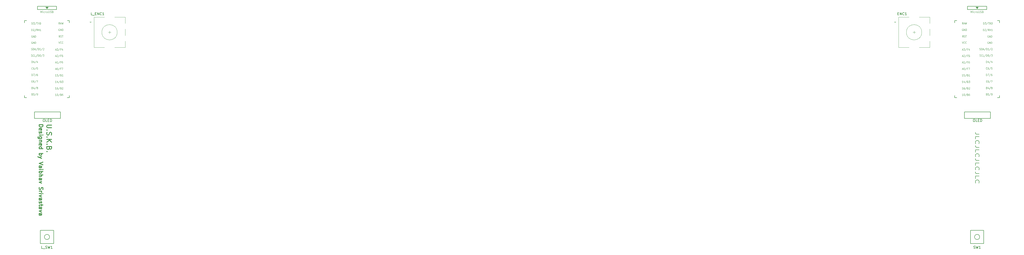
<source format=gbr>
%TF.GenerationSoftware,KiCad,Pcbnew,(5.1.9)-1*%
%TF.CreationDate,2021-04-13T10:34:09-07:00*%
%TF.ProjectId,USKB Final,55534b42-2046-4696-9e61-6c2e6b696361,rev?*%
%TF.SameCoordinates,Original*%
%TF.FileFunction,Legend,Top*%
%TF.FilePolarity,Positive*%
%FSLAX46Y46*%
G04 Gerber Fmt 4.6, Leading zero omitted, Abs format (unit mm)*
G04 Created by KiCad (PCBNEW (5.1.9)-1) date 2021-04-13 10:34:09*
%MOMM*%
%LPD*%
G01*
G04 APERTURE LIST*
%ADD10C,0.200000*%
%ADD11C,0.300000*%
%ADD12C,0.150000*%
%ADD13C,0.120000*%
%ADD14C,0.125000*%
G04 APERTURE END LIST*
D10*
X392140178Y-74105654D02*
X391068750Y-74105654D01*
X390854464Y-74010416D01*
X390711607Y-73819940D01*
X390640178Y-73534226D01*
X390640178Y-73343750D01*
X390640178Y-76010416D02*
X390640178Y-75058035D01*
X392140178Y-75058035D01*
X390783035Y-77819940D02*
X390711607Y-77724702D01*
X390640178Y-77438988D01*
X390640178Y-77248511D01*
X390711607Y-76962797D01*
X390854464Y-76772321D01*
X390997321Y-76677083D01*
X391283035Y-76581845D01*
X391497321Y-76581845D01*
X391783035Y-76677083D01*
X391925892Y-76772321D01*
X392068750Y-76962797D01*
X392140178Y-77248511D01*
X392140178Y-77438988D01*
X392068750Y-77724702D01*
X391997321Y-77819940D01*
X392140178Y-79248511D02*
X391068750Y-79248511D01*
X390854464Y-79153273D01*
X390711607Y-78962797D01*
X390640178Y-78677083D01*
X390640178Y-78486607D01*
X390640178Y-81153273D02*
X390640178Y-80200892D01*
X392140178Y-80200892D01*
X390783035Y-82962797D02*
X390711607Y-82867559D01*
X390640178Y-82581845D01*
X390640178Y-82391369D01*
X390711607Y-82105654D01*
X390854464Y-81915178D01*
X390997321Y-81819940D01*
X391283035Y-81724702D01*
X391497321Y-81724702D01*
X391783035Y-81819940D01*
X391925892Y-81915178D01*
X392068750Y-82105654D01*
X392140178Y-82391369D01*
X392140178Y-82581845D01*
X392068750Y-82867559D01*
X391997321Y-82962797D01*
X392140178Y-84391369D02*
X391068750Y-84391369D01*
X390854464Y-84296130D01*
X390711607Y-84105654D01*
X390640178Y-83819940D01*
X390640178Y-83629464D01*
X390640178Y-86296130D02*
X390640178Y-85343750D01*
X392140178Y-85343750D01*
X390783035Y-88105654D02*
X390711607Y-88010416D01*
X390640178Y-87724702D01*
X390640178Y-87534226D01*
X390711607Y-87248511D01*
X390854464Y-87058035D01*
X390997321Y-86962797D01*
X391283035Y-86867559D01*
X391497321Y-86867559D01*
X391783035Y-86962797D01*
X391925892Y-87058035D01*
X392068750Y-87248511D01*
X392140178Y-87534226D01*
X392140178Y-87724702D01*
X392068750Y-88010416D01*
X391997321Y-88105654D01*
X392140178Y-89534226D02*
X391068750Y-89534226D01*
X390854464Y-89438988D01*
X390711607Y-89248511D01*
X390640178Y-88962797D01*
X390640178Y-88772321D01*
X390640178Y-91438988D02*
X390640178Y-90486607D01*
X392140178Y-90486607D01*
X390783035Y-93248511D02*
X390711607Y-93153273D01*
X390640178Y-92867559D01*
X390640178Y-92677083D01*
X390711607Y-92391369D01*
X390854464Y-92200892D01*
X390997321Y-92105654D01*
X391283035Y-92010416D01*
X391497321Y-92010416D01*
X391783035Y-92105654D01*
X391925892Y-92200892D01*
X392068750Y-92391369D01*
X392140178Y-92677083D01*
X392140178Y-92867559D01*
X392068750Y-93153273D01*
X391997321Y-93248511D01*
D11*
X29618214Y-70521285D02*
X28076071Y-70521285D01*
X27894642Y-70612000D01*
X27803928Y-70702714D01*
X27713214Y-70884142D01*
X27713214Y-71247000D01*
X27803928Y-71428428D01*
X27894642Y-71519142D01*
X28076071Y-71609857D01*
X29618214Y-71609857D01*
X27894642Y-72517000D02*
X27803928Y-72607714D01*
X27713214Y-72517000D01*
X27803928Y-72426285D01*
X27894642Y-72517000D01*
X27713214Y-72517000D01*
X27803928Y-73333428D02*
X27713214Y-73605571D01*
X27713214Y-74059142D01*
X27803928Y-74240571D01*
X27894642Y-74331285D01*
X28076071Y-74422000D01*
X28257500Y-74422000D01*
X28438928Y-74331285D01*
X28529642Y-74240571D01*
X28620357Y-74059142D01*
X28711071Y-73696285D01*
X28801785Y-73514857D01*
X28892500Y-73424142D01*
X29073928Y-73333428D01*
X29255357Y-73333428D01*
X29436785Y-73424142D01*
X29527500Y-73514857D01*
X29618214Y-73696285D01*
X29618214Y-74149857D01*
X29527500Y-74422000D01*
X27894642Y-75238428D02*
X27803928Y-75329142D01*
X27713214Y-75238428D01*
X27803928Y-75147714D01*
X27894642Y-75238428D01*
X27713214Y-75238428D01*
X27713214Y-76145571D02*
X29618214Y-76145571D01*
X27713214Y-77234142D02*
X28801785Y-76417714D01*
X29618214Y-77234142D02*
X28529642Y-76145571D01*
X27894642Y-78050571D02*
X27803928Y-78141285D01*
X27713214Y-78050571D01*
X27803928Y-77959857D01*
X27894642Y-78050571D01*
X27713214Y-78050571D01*
X28711071Y-79592714D02*
X28620357Y-79864857D01*
X28529642Y-79955571D01*
X28348214Y-80046285D01*
X28076071Y-80046285D01*
X27894642Y-79955571D01*
X27803928Y-79864857D01*
X27713214Y-79683428D01*
X27713214Y-78957714D01*
X29618214Y-78957714D01*
X29618214Y-79592714D01*
X29527500Y-79774142D01*
X29436785Y-79864857D01*
X29255357Y-79955571D01*
X29073928Y-79955571D01*
X28892500Y-79864857D01*
X28801785Y-79774142D01*
X28711071Y-79592714D01*
X28711071Y-78957714D01*
X27894642Y-80862714D02*
X27803928Y-80953428D01*
X27713214Y-80862714D01*
X27803928Y-80772000D01*
X27894642Y-80862714D01*
X27713214Y-80862714D01*
X24721428Y-70427678D02*
X26221428Y-70427678D01*
X26221428Y-70784821D01*
X26150000Y-70999107D01*
X26007142Y-71141964D01*
X25864285Y-71213392D01*
X25578571Y-71284821D01*
X25364285Y-71284821D01*
X25078571Y-71213392D01*
X24935714Y-71141964D01*
X24792857Y-70999107D01*
X24721428Y-70784821D01*
X24721428Y-70427678D01*
X24792857Y-72499107D02*
X24721428Y-72356250D01*
X24721428Y-72070535D01*
X24792857Y-71927678D01*
X24935714Y-71856250D01*
X25507142Y-71856250D01*
X25650000Y-71927678D01*
X25721428Y-72070535D01*
X25721428Y-72356250D01*
X25650000Y-72499107D01*
X25507142Y-72570535D01*
X25364285Y-72570535D01*
X25221428Y-71856250D01*
X24792857Y-73141964D02*
X24721428Y-73284821D01*
X24721428Y-73570535D01*
X24792857Y-73713392D01*
X24935714Y-73784821D01*
X25007142Y-73784821D01*
X25150000Y-73713392D01*
X25221428Y-73570535D01*
X25221428Y-73356250D01*
X25292857Y-73213392D01*
X25435714Y-73141964D01*
X25507142Y-73141964D01*
X25650000Y-73213392D01*
X25721428Y-73356250D01*
X25721428Y-73570535D01*
X25650000Y-73713392D01*
X24721428Y-74427678D02*
X25721428Y-74427678D01*
X26221428Y-74427678D02*
X26150000Y-74356250D01*
X26078571Y-74427678D01*
X26150000Y-74499107D01*
X26221428Y-74427678D01*
X26078571Y-74427678D01*
X25721428Y-75784821D02*
X24507142Y-75784821D01*
X24364285Y-75713392D01*
X24292857Y-75641964D01*
X24221428Y-75499107D01*
X24221428Y-75284821D01*
X24292857Y-75141964D01*
X24792857Y-75784821D02*
X24721428Y-75641964D01*
X24721428Y-75356250D01*
X24792857Y-75213392D01*
X24864285Y-75141964D01*
X25007142Y-75070535D01*
X25435714Y-75070535D01*
X25578571Y-75141964D01*
X25650000Y-75213392D01*
X25721428Y-75356250D01*
X25721428Y-75641964D01*
X25650000Y-75784821D01*
X25721428Y-76499107D02*
X24721428Y-76499107D01*
X25578571Y-76499107D02*
X25650000Y-76570535D01*
X25721428Y-76713392D01*
X25721428Y-76927678D01*
X25650000Y-77070535D01*
X25507142Y-77141964D01*
X24721428Y-77141964D01*
X24792857Y-78427678D02*
X24721428Y-78284821D01*
X24721428Y-77999107D01*
X24792857Y-77856250D01*
X24935714Y-77784821D01*
X25507142Y-77784821D01*
X25650000Y-77856250D01*
X25721428Y-77999107D01*
X25721428Y-78284821D01*
X25650000Y-78427678D01*
X25507142Y-78499107D01*
X25364285Y-78499107D01*
X25221428Y-77784821D01*
X24721428Y-79784821D02*
X26221428Y-79784821D01*
X24792857Y-79784821D02*
X24721428Y-79641964D01*
X24721428Y-79356250D01*
X24792857Y-79213392D01*
X24864285Y-79141964D01*
X25007142Y-79070535D01*
X25435714Y-79070535D01*
X25578571Y-79141964D01*
X25650000Y-79213392D01*
X25721428Y-79356250D01*
X25721428Y-79641964D01*
X25650000Y-79784821D01*
X24721428Y-81641964D02*
X26221428Y-81641964D01*
X25650000Y-81641964D02*
X25721428Y-81784821D01*
X25721428Y-82070535D01*
X25650000Y-82213392D01*
X25578571Y-82284821D01*
X25435714Y-82356250D01*
X25007142Y-82356250D01*
X24864285Y-82284821D01*
X24792857Y-82213392D01*
X24721428Y-82070535D01*
X24721428Y-81784821D01*
X24792857Y-81641964D01*
X25721428Y-82856250D02*
X24721428Y-83213392D01*
X25721428Y-83570535D02*
X24721428Y-83213392D01*
X24364285Y-83070535D01*
X24292857Y-82999107D01*
X24221428Y-82856250D01*
X26221428Y-85070535D02*
X24721428Y-85570535D01*
X26221428Y-86070535D01*
X24721428Y-87213392D02*
X25507142Y-87213392D01*
X25650000Y-87141964D01*
X25721428Y-86999107D01*
X25721428Y-86713392D01*
X25650000Y-86570535D01*
X24792857Y-87213392D02*
X24721428Y-87070535D01*
X24721428Y-86713392D01*
X24792857Y-86570535D01*
X24935714Y-86499107D01*
X25078571Y-86499107D01*
X25221428Y-86570535D01*
X25292857Y-86713392D01*
X25292857Y-87070535D01*
X25364285Y-87213392D01*
X24721428Y-87927678D02*
X25721428Y-87927678D01*
X26221428Y-87927678D02*
X26150000Y-87856249D01*
X26078571Y-87927678D01*
X26150000Y-87999107D01*
X26221428Y-87927678D01*
X26078571Y-87927678D01*
X24721428Y-88641964D02*
X26221428Y-88641964D01*
X25650000Y-88641964D02*
X25721428Y-88784821D01*
X25721428Y-89070535D01*
X25650000Y-89213392D01*
X25578571Y-89284821D01*
X25435714Y-89356249D01*
X25007142Y-89356249D01*
X24864285Y-89284821D01*
X24792857Y-89213392D01*
X24721428Y-89070535D01*
X24721428Y-88784821D01*
X24792857Y-88641964D01*
X24721428Y-89999107D02*
X26221428Y-89999107D01*
X24721428Y-90641964D02*
X25507142Y-90641964D01*
X25650000Y-90570535D01*
X25721428Y-90427678D01*
X25721428Y-90213392D01*
X25650000Y-90070535D01*
X25578571Y-89999107D01*
X24721428Y-91999107D02*
X25507142Y-91999107D01*
X25650000Y-91927678D01*
X25721428Y-91784821D01*
X25721428Y-91499107D01*
X25650000Y-91356250D01*
X24792857Y-91999107D02*
X24721428Y-91856250D01*
X24721428Y-91499107D01*
X24792857Y-91356250D01*
X24935714Y-91284821D01*
X25078571Y-91284821D01*
X25221428Y-91356250D01*
X25292857Y-91499107D01*
X25292857Y-91856250D01*
X25364285Y-91999107D01*
X25721428Y-92570535D02*
X24721428Y-92927678D01*
X25721428Y-93284821D01*
X24792857Y-94927678D02*
X24721428Y-95141964D01*
X24721428Y-95499107D01*
X24792857Y-95641964D01*
X24864285Y-95713392D01*
X25007142Y-95784821D01*
X25150000Y-95784821D01*
X25292857Y-95713392D01*
X25364285Y-95641964D01*
X25435714Y-95499107D01*
X25507142Y-95213392D01*
X25578571Y-95070535D01*
X25650000Y-94999107D01*
X25792857Y-94927678D01*
X25935714Y-94927678D01*
X26078571Y-94999107D01*
X26150000Y-95070535D01*
X26221428Y-95213392D01*
X26221428Y-95570535D01*
X26150000Y-95784821D01*
X24721428Y-96427678D02*
X25721428Y-96427678D01*
X25435714Y-96427678D02*
X25578571Y-96499107D01*
X25650000Y-96570535D01*
X25721428Y-96713392D01*
X25721428Y-96856250D01*
X24721428Y-97356250D02*
X25721428Y-97356250D01*
X26221428Y-97356250D02*
X26150000Y-97284821D01*
X26078571Y-97356250D01*
X26150000Y-97427678D01*
X26221428Y-97356250D01*
X26078571Y-97356250D01*
X25721428Y-97927678D02*
X24721428Y-98284821D01*
X25721428Y-98641964D01*
X24721428Y-99856249D02*
X25507142Y-99856249D01*
X25650000Y-99784821D01*
X25721428Y-99641964D01*
X25721428Y-99356249D01*
X25650000Y-99213392D01*
X24792857Y-99856249D02*
X24721428Y-99713392D01*
X24721428Y-99356249D01*
X24792857Y-99213392D01*
X24935714Y-99141964D01*
X25078571Y-99141964D01*
X25221428Y-99213392D01*
X25292857Y-99356249D01*
X25292857Y-99713392D01*
X25364285Y-99856249D01*
X24792857Y-100499107D02*
X24721428Y-100641964D01*
X24721428Y-100927678D01*
X24792857Y-101070535D01*
X24935714Y-101141964D01*
X25007142Y-101141964D01*
X25150000Y-101070535D01*
X25221428Y-100927678D01*
X25221428Y-100713392D01*
X25292857Y-100570535D01*
X25435714Y-100499107D01*
X25507142Y-100499107D01*
X25650000Y-100570535D01*
X25721428Y-100713392D01*
X25721428Y-100927678D01*
X25650000Y-101070535D01*
X25721428Y-101570535D02*
X25721428Y-102141964D01*
X26221428Y-101784821D02*
X24935714Y-101784821D01*
X24792857Y-101856249D01*
X24721428Y-101999107D01*
X24721428Y-102141964D01*
X24721428Y-103284821D02*
X25507142Y-103284821D01*
X25650000Y-103213392D01*
X25721428Y-103070535D01*
X25721428Y-102784821D01*
X25650000Y-102641964D01*
X24792857Y-103284821D02*
X24721428Y-103141964D01*
X24721428Y-102784821D01*
X24792857Y-102641964D01*
X24935714Y-102570535D01*
X25078571Y-102570535D01*
X25221428Y-102641964D01*
X25292857Y-102784821D01*
X25292857Y-103141964D01*
X25364285Y-103284821D01*
X25721428Y-103856250D02*
X24721428Y-104213392D01*
X25721428Y-104570535D01*
X24721428Y-105784821D02*
X25507142Y-105784821D01*
X25650000Y-105713392D01*
X25721428Y-105570535D01*
X25721428Y-105284821D01*
X25650000Y-105141964D01*
X24792857Y-105784821D02*
X24721428Y-105641964D01*
X24721428Y-105284821D01*
X24792857Y-105141964D01*
X24935714Y-105070535D01*
X25078571Y-105070535D01*
X25221428Y-105141964D01*
X25292857Y-105284821D01*
X25292857Y-105641964D01*
X25364285Y-105784821D01*
D12*
%TO.C,U1*%
X391168750Y-24843750D02*
X391468750Y-24843750D01*
X391068750Y-24693750D02*
X391568750Y-24693750D01*
X390968750Y-24543750D02*
X391668750Y-24543750D01*
X391318750Y-25043750D02*
X390818750Y-24393750D01*
X391818750Y-24393750D02*
X391318750Y-25043750D01*
X390818750Y-24393750D02*
X391818750Y-24393750D01*
X395068750Y-24043750D02*
X387568750Y-24043750D01*
X395068750Y-25343750D02*
X395068750Y-24043750D01*
X387568750Y-25343750D02*
X395068750Y-25343750D01*
X387568750Y-24043750D02*
X387568750Y-25343750D01*
X382568750Y-29643750D02*
X382568750Y-30493750D01*
X400068750Y-29643750D02*
X400068750Y-30493750D01*
X382568750Y-29643750D02*
X383418750Y-29643750D01*
X400068750Y-29643750D02*
X399268750Y-29643750D01*
X382568750Y-58943750D02*
X382568750Y-59843750D01*
X400068750Y-58993750D02*
X400068750Y-59843750D01*
X382568750Y-59843750D02*
X383418750Y-59843750D01*
X400068750Y-59843750D02*
X399208750Y-59843750D01*
%TO.C,L_U1*%
X27631250Y-24843750D02*
X27931250Y-24843750D01*
X27531250Y-24693750D02*
X28031250Y-24693750D01*
X27431250Y-24543750D02*
X28131250Y-24543750D01*
X27781250Y-25043750D02*
X27281250Y-24393750D01*
X28281250Y-24393750D02*
X27781250Y-25043750D01*
X27281250Y-24393750D02*
X28281250Y-24393750D01*
X31531250Y-24043750D02*
X24031250Y-24043750D01*
X31531250Y-25343750D02*
X31531250Y-24043750D01*
X24031250Y-25343750D02*
X31531250Y-25343750D01*
X24031250Y-24043750D02*
X24031250Y-25343750D01*
X19031250Y-29643750D02*
X19031250Y-30493750D01*
X36531250Y-29643750D02*
X36531250Y-30493750D01*
X19031250Y-29643750D02*
X19881250Y-29643750D01*
X36531250Y-29643750D02*
X35731250Y-29643750D01*
X19031250Y-58943750D02*
X19031250Y-59843750D01*
X36531250Y-58993750D02*
X36531250Y-59843750D01*
X19031250Y-59843750D02*
X19881250Y-59843750D01*
X36531250Y-59843750D02*
X35671250Y-59843750D01*
%TO.C,L_SW1*%
X25181250Y-111700000D02*
X30381250Y-111700000D01*
X30381250Y-111700000D02*
X30381250Y-116900000D01*
X30381250Y-116900000D02*
X25181250Y-116900000D01*
X25181250Y-116900000D02*
X25181250Y-111700000D01*
X28781250Y-114300000D02*
G75*
G03*
X28781250Y-114300000I-1000000J0D01*
G01*
%TO.C,SW1*%
X388718750Y-111700000D02*
X393918750Y-111700000D01*
X393918750Y-111700000D02*
X393918750Y-116900000D01*
X393918750Y-116900000D02*
X388718750Y-116900000D01*
X388718750Y-116900000D02*
X388718750Y-111700000D01*
X392318750Y-114300000D02*
G75*
G03*
X392318750Y-114300000I-1000000J0D01*
G01*
%TO.C,OL1*%
X396557500Y-65405000D02*
X386397500Y-65405000D01*
X396557500Y-67945000D02*
X386397500Y-67945000D01*
X386397500Y-67945000D02*
X386397500Y-65405000D01*
X396557500Y-65405000D02*
X396557500Y-67945000D01*
%TO.C,L_OL1*%
X33020000Y-65405000D02*
X22860000Y-65405000D01*
X33020000Y-67945000D02*
X22860000Y-67945000D01*
X22860000Y-67945000D02*
X22860000Y-65405000D01*
X33020000Y-65405000D02*
X33020000Y-67945000D01*
D13*
%TO.C,L_ENC1*%
X51735750Y-34250000D02*
X52735750Y-34250000D01*
X52235750Y-33750000D02*
X52235750Y-34750000D01*
X58335750Y-37750000D02*
X58335750Y-40150000D01*
X58335750Y-32950000D02*
X58335750Y-35550000D01*
X58335750Y-28350000D02*
X58335750Y-30750000D01*
X45035750Y-30150000D02*
X44735750Y-30450000D01*
X44435750Y-30150000D02*
X45035750Y-30150000D01*
X44735750Y-30450000D02*
X44435750Y-30150000D01*
X46135750Y-28350000D02*
X46135750Y-40150000D01*
X50235750Y-28350000D02*
X46135750Y-28350000D01*
X50235750Y-40150000D02*
X46135750Y-40150000D01*
X58335750Y-40150000D02*
X54235750Y-40150000D01*
X54235750Y-28350000D02*
X58335750Y-28350000D01*
X55235750Y-34250000D02*
G75*
G03*
X55235750Y-34250000I-3000000J0D01*
G01*
%TO.C,ENC1*%
X366187750Y-34250000D02*
X367187750Y-34250000D01*
X366687750Y-33750000D02*
X366687750Y-34750000D01*
X372787750Y-37750000D02*
X372787750Y-40150000D01*
X372787750Y-32950000D02*
X372787750Y-35550000D01*
X372787750Y-28350000D02*
X372787750Y-30750000D01*
X359487750Y-30150000D02*
X359187750Y-30450000D01*
X358887750Y-30150000D02*
X359487750Y-30150000D01*
X359187750Y-30450000D02*
X358887750Y-30150000D01*
X360587750Y-28350000D02*
X360587750Y-40150000D01*
X364687750Y-28350000D02*
X360587750Y-28350000D01*
X364687750Y-40150000D02*
X360587750Y-40150000D01*
X372787750Y-40150000D02*
X368687750Y-40150000D01*
X368687750Y-28350000D02*
X372787750Y-28350000D01*
X369687750Y-34250000D02*
G75*
G03*
X369687750Y-34250000I-3000000J0D01*
G01*
%TO.C,U1*%
D14*
X385861130Y-31083035D02*
X385637797Y-30725892D01*
X385478273Y-31083035D02*
X385478273Y-30333035D01*
X385733511Y-30333035D01*
X385797321Y-30368750D01*
X385829226Y-30404464D01*
X385861130Y-30475892D01*
X385861130Y-30583035D01*
X385829226Y-30654464D01*
X385797321Y-30690178D01*
X385733511Y-30725892D01*
X385478273Y-30725892D01*
X386116369Y-30868750D02*
X386435416Y-30868750D01*
X386052559Y-31083035D02*
X386275892Y-30333035D01*
X386499226Y-31083035D01*
X386658750Y-30333035D02*
X386818273Y-31083035D01*
X386945892Y-30547321D01*
X387073511Y-31083035D01*
X387233035Y-30333035D01*
X385813273Y-32918750D02*
X385749464Y-32883035D01*
X385653750Y-32883035D01*
X385558035Y-32918750D01*
X385494226Y-32990178D01*
X385462321Y-33061607D01*
X385430416Y-33204464D01*
X385430416Y-33311607D01*
X385462321Y-33454464D01*
X385494226Y-33525892D01*
X385558035Y-33597321D01*
X385653750Y-33633035D01*
X385717559Y-33633035D01*
X385813273Y-33597321D01*
X385845178Y-33561607D01*
X385845178Y-33311607D01*
X385717559Y-33311607D01*
X386132321Y-33633035D02*
X386132321Y-32883035D01*
X386515178Y-33633035D01*
X386515178Y-32883035D01*
X386834226Y-33633035D02*
X386834226Y-32883035D01*
X386993750Y-32883035D01*
X387089464Y-32918750D01*
X387153273Y-32990178D01*
X387185178Y-33061607D01*
X387217083Y-33204464D01*
X387217083Y-33311607D01*
X387185178Y-33454464D01*
X387153273Y-33525892D01*
X387089464Y-33597321D01*
X386993750Y-33633035D01*
X386834226Y-33633035D01*
X385956845Y-36183035D02*
X385733511Y-35825892D01*
X385573988Y-36183035D02*
X385573988Y-35433035D01*
X385829226Y-35433035D01*
X385893035Y-35468750D01*
X385924940Y-35504464D01*
X385956845Y-35575892D01*
X385956845Y-35683035D01*
X385924940Y-35754464D01*
X385893035Y-35790178D01*
X385829226Y-35825892D01*
X385573988Y-35825892D01*
X386212083Y-36147321D02*
X386307797Y-36183035D01*
X386467321Y-36183035D01*
X386531130Y-36147321D01*
X386563035Y-36111607D01*
X386594940Y-36040178D01*
X386594940Y-35968750D01*
X386563035Y-35897321D01*
X386531130Y-35861607D01*
X386467321Y-35825892D01*
X386339702Y-35790178D01*
X386275892Y-35754464D01*
X386243988Y-35718750D01*
X386212083Y-35647321D01*
X386212083Y-35575892D01*
X386243988Y-35504464D01*
X386275892Y-35468750D01*
X386339702Y-35433035D01*
X386499226Y-35433035D01*
X386594940Y-35468750D01*
X386786369Y-35433035D02*
X387169226Y-35433035D01*
X386977797Y-36183035D02*
X386977797Y-35433035D01*
X385430416Y-37883035D02*
X385653750Y-38633035D01*
X385877083Y-37883035D01*
X386483273Y-38561607D02*
X386451369Y-38597321D01*
X386355654Y-38633035D01*
X386291845Y-38633035D01*
X386196130Y-38597321D01*
X386132321Y-38525892D01*
X386100416Y-38454464D01*
X386068511Y-38311607D01*
X386068511Y-38204464D01*
X386100416Y-38061607D01*
X386132321Y-37990178D01*
X386196130Y-37918750D01*
X386291845Y-37883035D01*
X386355654Y-37883035D01*
X386451369Y-37918750D01*
X386483273Y-37954464D01*
X387153273Y-38561607D02*
X387121369Y-38597321D01*
X387025654Y-38633035D01*
X386961845Y-38633035D01*
X386866130Y-38597321D01*
X386802321Y-38525892D01*
X386770416Y-38454464D01*
X386738511Y-38311607D01*
X386738511Y-38204464D01*
X386770416Y-38061607D01*
X386802321Y-37990178D01*
X386866130Y-37918750D01*
X386961845Y-37883035D01*
X387025654Y-37883035D01*
X387121369Y-37918750D01*
X387153273Y-37954464D01*
X385488035Y-41118750D02*
X385807083Y-41118750D01*
X385424226Y-41333035D02*
X385647559Y-40583035D01*
X385870892Y-41333035D01*
X386030416Y-40583035D02*
X386445178Y-40583035D01*
X386221845Y-40868750D01*
X386317559Y-40868750D01*
X386381369Y-40904464D01*
X386413273Y-40940178D01*
X386445178Y-41011607D01*
X386445178Y-41190178D01*
X386413273Y-41261607D01*
X386381369Y-41297321D01*
X386317559Y-41333035D01*
X386126130Y-41333035D01*
X386062321Y-41297321D01*
X386030416Y-41261607D01*
X387210892Y-40547321D02*
X386636607Y-41511607D01*
X387657559Y-40940178D02*
X387434226Y-40940178D01*
X387434226Y-41333035D02*
X387434226Y-40583035D01*
X387753273Y-40583035D01*
X388295654Y-40833035D02*
X388295654Y-41333035D01*
X388136130Y-40547321D02*
X387976607Y-41083035D01*
X388391369Y-41083035D01*
X385488035Y-43618750D02*
X385807083Y-43618750D01*
X385424226Y-43833035D02*
X385647559Y-43083035D01*
X385870892Y-43833035D01*
X386062321Y-43154464D02*
X386094226Y-43118750D01*
X386158035Y-43083035D01*
X386317559Y-43083035D01*
X386381369Y-43118750D01*
X386413273Y-43154464D01*
X386445178Y-43225892D01*
X386445178Y-43297321D01*
X386413273Y-43404464D01*
X386030416Y-43833035D01*
X386445178Y-43833035D01*
X387210892Y-43047321D02*
X386636607Y-44011607D01*
X387657559Y-43440178D02*
X387434226Y-43440178D01*
X387434226Y-43833035D02*
X387434226Y-43083035D01*
X387753273Y-43083035D01*
X388327559Y-43083035D02*
X388008511Y-43083035D01*
X387976607Y-43440178D01*
X388008511Y-43404464D01*
X388072321Y-43368750D01*
X388231845Y-43368750D01*
X388295654Y-43404464D01*
X388327559Y-43440178D01*
X388359464Y-43511607D01*
X388359464Y-43690178D01*
X388327559Y-43761607D01*
X388295654Y-43797321D01*
X388231845Y-43833035D01*
X388072321Y-43833035D01*
X388008511Y-43797321D01*
X387976607Y-43761607D01*
X385488035Y-46118750D02*
X385807083Y-46118750D01*
X385424226Y-46333035D02*
X385647559Y-45583035D01*
X385870892Y-46333035D01*
X386445178Y-46333035D02*
X386062321Y-46333035D01*
X386253750Y-46333035D02*
X386253750Y-45583035D01*
X386189940Y-45690178D01*
X386126130Y-45761607D01*
X386062321Y-45797321D01*
X387210892Y-45547321D02*
X386636607Y-46511607D01*
X387657559Y-45940178D02*
X387434226Y-45940178D01*
X387434226Y-46333035D02*
X387434226Y-45583035D01*
X387753273Y-45583035D01*
X388295654Y-45583035D02*
X388168035Y-45583035D01*
X388104226Y-45618750D01*
X388072321Y-45654464D01*
X388008511Y-45761607D01*
X387976607Y-45904464D01*
X387976607Y-46190178D01*
X388008511Y-46261607D01*
X388040416Y-46297321D01*
X388104226Y-46333035D01*
X388231845Y-46333035D01*
X388295654Y-46297321D01*
X388327559Y-46261607D01*
X388359464Y-46190178D01*
X388359464Y-46011607D01*
X388327559Y-45940178D01*
X388295654Y-45904464D01*
X388231845Y-45868750D01*
X388104226Y-45868750D01*
X388040416Y-45904464D01*
X388008511Y-45940178D01*
X387976607Y-46011607D01*
X385488035Y-48668750D02*
X385807083Y-48668750D01*
X385424226Y-48883035D02*
X385647559Y-48133035D01*
X385870892Y-48883035D01*
X386221845Y-48133035D02*
X386285654Y-48133035D01*
X386349464Y-48168750D01*
X386381369Y-48204464D01*
X386413273Y-48275892D01*
X386445178Y-48418750D01*
X386445178Y-48597321D01*
X386413273Y-48740178D01*
X386381369Y-48811607D01*
X386349464Y-48847321D01*
X386285654Y-48883035D01*
X386221845Y-48883035D01*
X386158035Y-48847321D01*
X386126130Y-48811607D01*
X386094226Y-48740178D01*
X386062321Y-48597321D01*
X386062321Y-48418750D01*
X386094226Y-48275892D01*
X386126130Y-48204464D01*
X386158035Y-48168750D01*
X386221845Y-48133035D01*
X387210892Y-48097321D02*
X386636607Y-49061607D01*
X387657559Y-48490178D02*
X387434226Y-48490178D01*
X387434226Y-48883035D02*
X387434226Y-48133035D01*
X387753273Y-48133035D01*
X387944702Y-48133035D02*
X388391369Y-48133035D01*
X388104226Y-48883035D01*
X385791130Y-51433035D02*
X385408273Y-51433035D01*
X385599702Y-51433035D02*
X385599702Y-50683035D01*
X385535892Y-50790178D01*
X385472083Y-50861607D01*
X385408273Y-50897321D01*
X386397321Y-50683035D02*
X386078273Y-50683035D01*
X386046369Y-51040178D01*
X386078273Y-51004464D01*
X386142083Y-50968750D01*
X386301607Y-50968750D01*
X386365416Y-51004464D01*
X386397321Y-51040178D01*
X386429226Y-51111607D01*
X386429226Y-51290178D01*
X386397321Y-51361607D01*
X386365416Y-51397321D01*
X386301607Y-51433035D01*
X386142083Y-51433035D01*
X386078273Y-51397321D01*
X386046369Y-51361607D01*
X387194940Y-50647321D02*
X386620654Y-51611607D01*
X387641607Y-51040178D02*
X387737321Y-51075892D01*
X387769226Y-51111607D01*
X387801130Y-51183035D01*
X387801130Y-51290178D01*
X387769226Y-51361607D01*
X387737321Y-51397321D01*
X387673511Y-51433035D01*
X387418273Y-51433035D01*
X387418273Y-50683035D01*
X387641607Y-50683035D01*
X387705416Y-50718750D01*
X387737321Y-50754464D01*
X387769226Y-50825892D01*
X387769226Y-50897321D01*
X387737321Y-50968750D01*
X387705416Y-51004464D01*
X387641607Y-51040178D01*
X387418273Y-51040178D01*
X388439226Y-51433035D02*
X388056369Y-51433035D01*
X388247797Y-51433035D02*
X388247797Y-50683035D01*
X388183988Y-50790178D01*
X388120178Y-50861607D01*
X388056369Y-50897321D01*
X385791130Y-53983035D02*
X385408273Y-53983035D01*
X385599702Y-53983035D02*
X385599702Y-53233035D01*
X385535892Y-53340178D01*
X385472083Y-53411607D01*
X385408273Y-53447321D01*
X386365416Y-53483035D02*
X386365416Y-53983035D01*
X386205892Y-53197321D02*
X386046369Y-53733035D01*
X386461130Y-53733035D01*
X387194940Y-53197321D02*
X386620654Y-54161607D01*
X387641607Y-53590178D02*
X387737321Y-53625892D01*
X387769226Y-53661607D01*
X387801130Y-53733035D01*
X387801130Y-53840178D01*
X387769226Y-53911607D01*
X387737321Y-53947321D01*
X387673511Y-53983035D01*
X387418273Y-53983035D01*
X387418273Y-53233035D01*
X387641607Y-53233035D01*
X387705416Y-53268750D01*
X387737321Y-53304464D01*
X387769226Y-53375892D01*
X387769226Y-53447321D01*
X387737321Y-53518750D01*
X387705416Y-53554464D01*
X387641607Y-53590178D01*
X387418273Y-53590178D01*
X388024464Y-53233035D02*
X388439226Y-53233035D01*
X388215892Y-53518750D01*
X388311607Y-53518750D01*
X388375416Y-53554464D01*
X388407321Y-53590178D01*
X388439226Y-53661607D01*
X388439226Y-53840178D01*
X388407321Y-53911607D01*
X388375416Y-53947321D01*
X388311607Y-53983035D01*
X388120178Y-53983035D01*
X388056369Y-53947321D01*
X388024464Y-53911607D01*
X385791130Y-59033035D02*
X385408273Y-59033035D01*
X385599702Y-59033035D02*
X385599702Y-58283035D01*
X385535892Y-58390178D01*
X385472083Y-58461607D01*
X385408273Y-58497321D01*
X386205892Y-58283035D02*
X386269702Y-58283035D01*
X386333511Y-58318750D01*
X386365416Y-58354464D01*
X386397321Y-58425892D01*
X386429226Y-58568750D01*
X386429226Y-58747321D01*
X386397321Y-58890178D01*
X386365416Y-58961607D01*
X386333511Y-58997321D01*
X386269702Y-59033035D01*
X386205892Y-59033035D01*
X386142083Y-58997321D01*
X386110178Y-58961607D01*
X386078273Y-58890178D01*
X386046369Y-58747321D01*
X386046369Y-58568750D01*
X386078273Y-58425892D01*
X386110178Y-58354464D01*
X386142083Y-58318750D01*
X386205892Y-58283035D01*
X387194940Y-58247321D02*
X386620654Y-59211607D01*
X387641607Y-58640178D02*
X387737321Y-58675892D01*
X387769226Y-58711607D01*
X387801130Y-58783035D01*
X387801130Y-58890178D01*
X387769226Y-58961607D01*
X387737321Y-58997321D01*
X387673511Y-59033035D01*
X387418273Y-59033035D01*
X387418273Y-58283035D01*
X387641607Y-58283035D01*
X387705416Y-58318750D01*
X387737321Y-58354464D01*
X387769226Y-58425892D01*
X387769226Y-58497321D01*
X387737321Y-58568750D01*
X387705416Y-58604464D01*
X387641607Y-58640178D01*
X387418273Y-58640178D01*
X388375416Y-58283035D02*
X388247797Y-58283035D01*
X388183988Y-58318750D01*
X388152083Y-58354464D01*
X388088273Y-58461607D01*
X388056369Y-58604464D01*
X388056369Y-58890178D01*
X388088273Y-58961607D01*
X388120178Y-58997321D01*
X388183988Y-59033035D01*
X388311607Y-59033035D01*
X388375416Y-58997321D01*
X388407321Y-58961607D01*
X388439226Y-58890178D01*
X388439226Y-58711607D01*
X388407321Y-58640178D01*
X388375416Y-58604464D01*
X388311607Y-58568750D01*
X388183988Y-58568750D01*
X388120178Y-58604464D01*
X388088273Y-58640178D01*
X388056369Y-58711607D01*
X385791130Y-56533035D02*
X385408273Y-56533035D01*
X385599702Y-56533035D02*
X385599702Y-55783035D01*
X385535892Y-55890178D01*
X385472083Y-55961607D01*
X385408273Y-55997321D01*
X386365416Y-55783035D02*
X386237797Y-55783035D01*
X386173988Y-55818750D01*
X386142083Y-55854464D01*
X386078273Y-55961607D01*
X386046369Y-56104464D01*
X386046369Y-56390178D01*
X386078273Y-56461607D01*
X386110178Y-56497321D01*
X386173988Y-56533035D01*
X386301607Y-56533035D01*
X386365416Y-56497321D01*
X386397321Y-56461607D01*
X386429226Y-56390178D01*
X386429226Y-56211607D01*
X386397321Y-56140178D01*
X386365416Y-56104464D01*
X386301607Y-56068750D01*
X386173988Y-56068750D01*
X386110178Y-56104464D01*
X386078273Y-56140178D01*
X386046369Y-56211607D01*
X387194940Y-55747321D02*
X386620654Y-56711607D01*
X387641607Y-56140178D02*
X387737321Y-56175892D01*
X387769226Y-56211607D01*
X387801130Y-56283035D01*
X387801130Y-56390178D01*
X387769226Y-56461607D01*
X387737321Y-56497321D01*
X387673511Y-56533035D01*
X387418273Y-56533035D01*
X387418273Y-55783035D01*
X387641607Y-55783035D01*
X387705416Y-55818750D01*
X387737321Y-55854464D01*
X387769226Y-55925892D01*
X387769226Y-55997321D01*
X387737321Y-56068750D01*
X387705416Y-56104464D01*
X387641607Y-56140178D01*
X387418273Y-56140178D01*
X388056369Y-55854464D02*
X388088273Y-55818750D01*
X388152083Y-55783035D01*
X388311607Y-55783035D01*
X388375416Y-55818750D01*
X388407321Y-55854464D01*
X388439226Y-55925892D01*
X388439226Y-55997321D01*
X388407321Y-56104464D01*
X388024464Y-56533035D01*
X388439226Y-56533035D01*
X394891130Y-53440178D02*
X395114464Y-53440178D01*
X395210178Y-53833035D02*
X394891130Y-53833035D01*
X394891130Y-53083035D01*
X395210178Y-53083035D01*
X395784464Y-53083035D02*
X395656845Y-53083035D01*
X395593035Y-53118750D01*
X395561130Y-53154464D01*
X395497321Y-53261607D01*
X395465416Y-53404464D01*
X395465416Y-53690178D01*
X395497321Y-53761607D01*
X395529226Y-53797321D01*
X395593035Y-53833035D01*
X395720654Y-53833035D01*
X395784464Y-53797321D01*
X395816369Y-53761607D01*
X395848273Y-53690178D01*
X395848273Y-53511607D01*
X395816369Y-53440178D01*
X395784464Y-53404464D01*
X395720654Y-53368750D01*
X395593035Y-53368750D01*
X395529226Y-53404464D01*
X395497321Y-53440178D01*
X395465416Y-53511607D01*
X396613988Y-53047321D02*
X396039702Y-54011607D01*
X396773511Y-53083035D02*
X397220178Y-53083035D01*
X396933035Y-53833035D01*
X394859226Y-51283035D02*
X394859226Y-50533035D01*
X395018750Y-50533035D01*
X395114464Y-50568750D01*
X395178273Y-50640178D01*
X395210178Y-50711607D01*
X395242083Y-50854464D01*
X395242083Y-50961607D01*
X395210178Y-51104464D01*
X395178273Y-51175892D01*
X395114464Y-51247321D01*
X395018750Y-51283035D01*
X394859226Y-51283035D01*
X395465416Y-50533035D02*
X395912083Y-50533035D01*
X395624940Y-51283035D01*
X396645892Y-50497321D02*
X396071607Y-51461607D01*
X397156369Y-50533035D02*
X397028750Y-50533035D01*
X396964940Y-50568750D01*
X396933035Y-50604464D01*
X396869226Y-50711607D01*
X396837321Y-50854464D01*
X396837321Y-51140178D01*
X396869226Y-51211607D01*
X396901130Y-51247321D01*
X396964940Y-51283035D01*
X397092559Y-51283035D01*
X397156369Y-51247321D01*
X397188273Y-51211607D01*
X397220178Y-51140178D01*
X397220178Y-50961607D01*
X397188273Y-50890178D01*
X397156369Y-50854464D01*
X397092559Y-50818750D01*
X396964940Y-50818750D01*
X396901130Y-50854464D01*
X396869226Y-50890178D01*
X396837321Y-50961607D01*
X395763273Y-35518750D02*
X395699464Y-35483035D01*
X395603750Y-35483035D01*
X395508035Y-35518750D01*
X395444226Y-35590178D01*
X395412321Y-35661607D01*
X395380416Y-35804464D01*
X395380416Y-35911607D01*
X395412321Y-36054464D01*
X395444226Y-36125892D01*
X395508035Y-36197321D01*
X395603750Y-36233035D01*
X395667559Y-36233035D01*
X395763273Y-36197321D01*
X395795178Y-36161607D01*
X395795178Y-35911607D01*
X395667559Y-35911607D01*
X396082321Y-36233035D02*
X396082321Y-35483035D01*
X396465178Y-36233035D01*
X396465178Y-35483035D01*
X396784226Y-36233035D02*
X396784226Y-35483035D01*
X396943750Y-35483035D01*
X397039464Y-35518750D01*
X397103273Y-35590178D01*
X397135178Y-35661607D01*
X397167083Y-35804464D01*
X397167083Y-35911607D01*
X397135178Y-36054464D01*
X397103273Y-36125892D01*
X397039464Y-36197321D01*
X396943750Y-36233035D01*
X396784226Y-36233035D01*
X395763273Y-37968750D02*
X395699464Y-37933035D01*
X395603750Y-37933035D01*
X395508035Y-37968750D01*
X395444226Y-38040178D01*
X395412321Y-38111607D01*
X395380416Y-38254464D01*
X395380416Y-38361607D01*
X395412321Y-38504464D01*
X395444226Y-38575892D01*
X395508035Y-38647321D01*
X395603750Y-38683035D01*
X395667559Y-38683035D01*
X395763273Y-38647321D01*
X395795178Y-38611607D01*
X395795178Y-38361607D01*
X395667559Y-38361607D01*
X396082321Y-38683035D02*
X396082321Y-37933035D01*
X396465178Y-38683035D01*
X396465178Y-37933035D01*
X396784226Y-38683035D02*
X396784226Y-37933035D01*
X396943750Y-37933035D01*
X397039464Y-37968750D01*
X397103273Y-38040178D01*
X397135178Y-38111607D01*
X397167083Y-38254464D01*
X397167083Y-38361607D01*
X397135178Y-38504464D01*
X397103273Y-38575892D01*
X397039464Y-38647321D01*
X396943750Y-38683035D01*
X396784226Y-38683035D01*
X393734940Y-31133035D02*
X393734940Y-30383035D01*
X393894464Y-30383035D01*
X393990178Y-30418750D01*
X394053988Y-30490178D01*
X394085892Y-30561607D01*
X394117797Y-30704464D01*
X394117797Y-30811607D01*
X394085892Y-30954464D01*
X394053988Y-31025892D01*
X393990178Y-31097321D01*
X393894464Y-31133035D01*
X393734940Y-31133035D01*
X394341130Y-30383035D02*
X394755892Y-30383035D01*
X394532559Y-30668750D01*
X394628273Y-30668750D01*
X394692083Y-30704464D01*
X394723988Y-30740178D01*
X394755892Y-30811607D01*
X394755892Y-30990178D01*
X394723988Y-31061607D01*
X394692083Y-31097321D01*
X394628273Y-31133035D01*
X394436845Y-31133035D01*
X394373035Y-31097321D01*
X394341130Y-31061607D01*
X395521607Y-30347321D02*
X394947321Y-31311607D01*
X395649226Y-30383035D02*
X396032083Y-30383035D01*
X395840654Y-31133035D02*
X395840654Y-30383035D01*
X396191607Y-30383035D02*
X396638273Y-31133035D01*
X396638273Y-30383035D02*
X396191607Y-31133035D01*
X397021130Y-30383035D02*
X397084940Y-30383035D01*
X397148750Y-30418750D01*
X397180654Y-30454464D01*
X397212559Y-30525892D01*
X397244464Y-30668750D01*
X397244464Y-30847321D01*
X397212559Y-30990178D01*
X397180654Y-31061607D01*
X397148750Y-31097321D01*
X397084940Y-31133035D01*
X397021130Y-31133035D01*
X396957321Y-31097321D01*
X396925416Y-31061607D01*
X396893511Y-30990178D01*
X396861607Y-30847321D01*
X396861607Y-30668750D01*
X396893511Y-30525892D01*
X396925416Y-30454464D01*
X396957321Y-30418750D01*
X397021130Y-30383035D01*
X394859226Y-46183035D02*
X394859226Y-45433035D01*
X395018750Y-45433035D01*
X395114464Y-45468750D01*
X395178273Y-45540178D01*
X395210178Y-45611607D01*
X395242083Y-45754464D01*
X395242083Y-45861607D01*
X395210178Y-46004464D01*
X395178273Y-46075892D01*
X395114464Y-46147321D01*
X395018750Y-46183035D01*
X394859226Y-46183035D01*
X395816369Y-45683035D02*
X395816369Y-46183035D01*
X395656845Y-45397321D02*
X395497321Y-45933035D01*
X395912083Y-45933035D01*
X396645892Y-45397321D02*
X396071607Y-46361607D01*
X397156369Y-45683035D02*
X397156369Y-46183035D01*
X396996845Y-45397321D02*
X396837321Y-45933035D01*
X397252083Y-45933035D01*
X392285178Y-41147321D02*
X392380892Y-41183035D01*
X392540416Y-41183035D01*
X392604226Y-41147321D01*
X392636130Y-41111607D01*
X392668035Y-41040178D01*
X392668035Y-40968750D01*
X392636130Y-40897321D01*
X392604226Y-40861607D01*
X392540416Y-40825892D01*
X392412797Y-40790178D01*
X392348988Y-40754464D01*
X392317083Y-40718750D01*
X392285178Y-40647321D01*
X392285178Y-40575892D01*
X392317083Y-40504464D01*
X392348988Y-40468750D01*
X392412797Y-40433035D01*
X392572321Y-40433035D01*
X392668035Y-40468750D01*
X392955178Y-41183035D02*
X392955178Y-40433035D01*
X393114702Y-40433035D01*
X393210416Y-40468750D01*
X393274226Y-40540178D01*
X393306130Y-40611607D01*
X393338035Y-40754464D01*
X393338035Y-40861607D01*
X393306130Y-41004464D01*
X393274226Y-41075892D01*
X393210416Y-41147321D01*
X393114702Y-41183035D01*
X392955178Y-41183035D01*
X393593273Y-40968750D02*
X393912321Y-40968750D01*
X393529464Y-41183035D02*
X393752797Y-40433035D01*
X393976130Y-41183035D01*
X394678035Y-40397321D02*
X394103750Y-41361607D01*
X394901369Y-41183035D02*
X394901369Y-40433035D01*
X395060892Y-40433035D01*
X395156607Y-40468750D01*
X395220416Y-40540178D01*
X395252321Y-40611607D01*
X395284226Y-40754464D01*
X395284226Y-40861607D01*
X395252321Y-41004464D01*
X395220416Y-41075892D01*
X395156607Y-41147321D01*
X395060892Y-41183035D01*
X394901369Y-41183035D01*
X395922321Y-41183035D02*
X395539464Y-41183035D01*
X395730892Y-41183035D02*
X395730892Y-40433035D01*
X395667083Y-40540178D01*
X395603273Y-40611607D01*
X395539464Y-40647321D01*
X396688035Y-40397321D02*
X396113750Y-41361607D01*
X396879464Y-40504464D02*
X396911369Y-40468750D01*
X396975178Y-40433035D01*
X397134702Y-40433035D01*
X397198511Y-40468750D01*
X397230416Y-40504464D01*
X397262321Y-40575892D01*
X397262321Y-40647321D01*
X397230416Y-40754464D01*
X396847559Y-41183035D01*
X397262321Y-41183035D01*
X392301130Y-43647321D02*
X392396845Y-43683035D01*
X392556369Y-43683035D01*
X392620178Y-43647321D01*
X392652083Y-43611607D01*
X392683988Y-43540178D01*
X392683988Y-43468750D01*
X392652083Y-43397321D01*
X392620178Y-43361607D01*
X392556369Y-43325892D01*
X392428750Y-43290178D01*
X392364940Y-43254464D01*
X392333035Y-43218750D01*
X392301130Y-43147321D01*
X392301130Y-43075892D01*
X392333035Y-43004464D01*
X392364940Y-42968750D01*
X392428750Y-42933035D01*
X392588273Y-42933035D01*
X392683988Y-42968750D01*
X393353988Y-43611607D02*
X393322083Y-43647321D01*
X393226369Y-43683035D01*
X393162559Y-43683035D01*
X393066845Y-43647321D01*
X393003035Y-43575892D01*
X392971130Y-43504464D01*
X392939226Y-43361607D01*
X392939226Y-43254464D01*
X392971130Y-43111607D01*
X393003035Y-43040178D01*
X393066845Y-42968750D01*
X393162559Y-42933035D01*
X393226369Y-42933035D01*
X393322083Y-42968750D01*
X393353988Y-43004464D01*
X393960178Y-43683035D02*
X393641130Y-43683035D01*
X393641130Y-42933035D01*
X394662083Y-42897321D02*
X394087797Y-43861607D01*
X394885416Y-43683035D02*
X394885416Y-42933035D01*
X395044940Y-42933035D01*
X395140654Y-42968750D01*
X395204464Y-43040178D01*
X395236369Y-43111607D01*
X395268273Y-43254464D01*
X395268273Y-43361607D01*
X395236369Y-43504464D01*
X395204464Y-43575892D01*
X395140654Y-43647321D01*
X395044940Y-43683035D01*
X394885416Y-43683035D01*
X395683035Y-42933035D02*
X395746845Y-42933035D01*
X395810654Y-42968750D01*
X395842559Y-43004464D01*
X395874464Y-43075892D01*
X395906369Y-43218750D01*
X395906369Y-43397321D01*
X395874464Y-43540178D01*
X395842559Y-43611607D01*
X395810654Y-43647321D01*
X395746845Y-43683035D01*
X395683035Y-43683035D01*
X395619226Y-43647321D01*
X395587321Y-43611607D01*
X395555416Y-43540178D01*
X395523511Y-43397321D01*
X395523511Y-43218750D01*
X395555416Y-43075892D01*
X395587321Y-43004464D01*
X395619226Y-42968750D01*
X395683035Y-42933035D01*
X396672083Y-42897321D02*
X396097797Y-43861607D01*
X396831607Y-42933035D02*
X397246369Y-42933035D01*
X397023035Y-43218750D01*
X397118750Y-43218750D01*
X397182559Y-43254464D01*
X397214464Y-43290178D01*
X397246369Y-43361607D01*
X397246369Y-43540178D01*
X397214464Y-43611607D01*
X397182559Y-43647321D01*
X397118750Y-43683035D01*
X396927321Y-43683035D01*
X396863511Y-43647321D01*
X396831607Y-43611607D01*
X395242083Y-48661607D02*
X395210178Y-48697321D01*
X395114464Y-48733035D01*
X395050654Y-48733035D01*
X394954940Y-48697321D01*
X394891130Y-48625892D01*
X394859226Y-48554464D01*
X394827321Y-48411607D01*
X394827321Y-48304464D01*
X394859226Y-48161607D01*
X394891130Y-48090178D01*
X394954940Y-48018750D01*
X395050654Y-47983035D01*
X395114464Y-47983035D01*
X395210178Y-48018750D01*
X395242083Y-48054464D01*
X395816369Y-47983035D02*
X395688750Y-47983035D01*
X395624940Y-48018750D01*
X395593035Y-48054464D01*
X395529226Y-48161607D01*
X395497321Y-48304464D01*
X395497321Y-48590178D01*
X395529226Y-48661607D01*
X395561130Y-48697321D01*
X395624940Y-48733035D01*
X395752559Y-48733035D01*
X395816369Y-48697321D01*
X395848273Y-48661607D01*
X395880178Y-48590178D01*
X395880178Y-48411607D01*
X395848273Y-48340178D01*
X395816369Y-48304464D01*
X395752559Y-48268750D01*
X395624940Y-48268750D01*
X395561130Y-48304464D01*
X395529226Y-48340178D01*
X395497321Y-48411607D01*
X396645892Y-47947321D02*
X396071607Y-48911607D01*
X397188273Y-47983035D02*
X396869226Y-47983035D01*
X396837321Y-48340178D01*
X396869226Y-48304464D01*
X396933035Y-48268750D01*
X397092559Y-48268750D01*
X397156369Y-48304464D01*
X397188273Y-48340178D01*
X397220178Y-48411607D01*
X397220178Y-48590178D01*
X397188273Y-48661607D01*
X397156369Y-48697321D01*
X397092559Y-48733035D01*
X396933035Y-48733035D01*
X396869226Y-48697321D01*
X396837321Y-48661607D01*
X395082559Y-58490178D02*
X395178273Y-58525892D01*
X395210178Y-58561607D01*
X395242083Y-58633035D01*
X395242083Y-58740178D01*
X395210178Y-58811607D01*
X395178273Y-58847321D01*
X395114464Y-58883035D01*
X394859226Y-58883035D01*
X394859226Y-58133035D01*
X395082559Y-58133035D01*
X395146369Y-58168750D01*
X395178273Y-58204464D01*
X395210178Y-58275892D01*
X395210178Y-58347321D01*
X395178273Y-58418750D01*
X395146369Y-58454464D01*
X395082559Y-58490178D01*
X394859226Y-58490178D01*
X395848273Y-58133035D02*
X395529226Y-58133035D01*
X395497321Y-58490178D01*
X395529226Y-58454464D01*
X395593035Y-58418750D01*
X395752559Y-58418750D01*
X395816369Y-58454464D01*
X395848273Y-58490178D01*
X395880178Y-58561607D01*
X395880178Y-58740178D01*
X395848273Y-58811607D01*
X395816369Y-58847321D01*
X395752559Y-58883035D01*
X395593035Y-58883035D01*
X395529226Y-58847321D01*
X395497321Y-58811607D01*
X396645892Y-58097321D02*
X396071607Y-59061607D01*
X396901130Y-58883035D02*
X397028750Y-58883035D01*
X397092559Y-58847321D01*
X397124464Y-58811607D01*
X397188273Y-58704464D01*
X397220178Y-58561607D01*
X397220178Y-58275892D01*
X397188273Y-58204464D01*
X397156369Y-58168750D01*
X397092559Y-58133035D01*
X396964940Y-58133035D01*
X396901130Y-58168750D01*
X396869226Y-58204464D01*
X396837321Y-58275892D01*
X396837321Y-58454464D01*
X396869226Y-58525892D01*
X396901130Y-58561607D01*
X396964940Y-58597321D01*
X397092559Y-58597321D01*
X397156369Y-58561607D01*
X397188273Y-58525892D01*
X397220178Y-58454464D01*
X393655178Y-33683035D02*
X393655178Y-32933035D01*
X393814702Y-32933035D01*
X393910416Y-32968750D01*
X393974226Y-33040178D01*
X394006130Y-33111607D01*
X394038035Y-33254464D01*
X394038035Y-33361607D01*
X394006130Y-33504464D01*
X393974226Y-33575892D01*
X393910416Y-33647321D01*
X393814702Y-33683035D01*
X393655178Y-33683035D01*
X394293273Y-33004464D02*
X394325178Y-32968750D01*
X394388988Y-32933035D01*
X394548511Y-32933035D01*
X394612321Y-32968750D01*
X394644226Y-33004464D01*
X394676130Y-33075892D01*
X394676130Y-33147321D01*
X394644226Y-33254464D01*
X394261369Y-33683035D01*
X394676130Y-33683035D01*
X395441845Y-32897321D02*
X394867559Y-33861607D01*
X396048035Y-33683035D02*
X395824702Y-33325892D01*
X395665178Y-33683035D02*
X395665178Y-32933035D01*
X395920416Y-32933035D01*
X395984226Y-32968750D01*
X396016130Y-33004464D01*
X396048035Y-33075892D01*
X396048035Y-33183035D01*
X396016130Y-33254464D01*
X395984226Y-33290178D01*
X395920416Y-33325892D01*
X395665178Y-33325892D01*
X396271369Y-32933035D02*
X396718035Y-33683035D01*
X396718035Y-32933035D02*
X396271369Y-33683035D01*
X397324226Y-33683035D02*
X396941369Y-33683035D01*
X397132797Y-33683035D02*
X397132797Y-32933035D01*
X397068988Y-33040178D01*
X397005178Y-33111607D01*
X396941369Y-33147321D01*
X395082559Y-55990178D02*
X395178273Y-56025892D01*
X395210178Y-56061607D01*
X395242083Y-56133035D01*
X395242083Y-56240178D01*
X395210178Y-56311607D01*
X395178273Y-56347321D01*
X395114464Y-56383035D01*
X394859226Y-56383035D01*
X394859226Y-55633035D01*
X395082559Y-55633035D01*
X395146369Y-55668750D01*
X395178273Y-55704464D01*
X395210178Y-55775892D01*
X395210178Y-55847321D01*
X395178273Y-55918750D01*
X395146369Y-55954464D01*
X395082559Y-55990178D01*
X394859226Y-55990178D01*
X395816369Y-55883035D02*
X395816369Y-56383035D01*
X395656845Y-55597321D02*
X395497321Y-56133035D01*
X395912083Y-56133035D01*
X396645892Y-55597321D02*
X396071607Y-56561607D01*
X396964940Y-55954464D02*
X396901130Y-55918750D01*
X396869226Y-55883035D01*
X396837321Y-55811607D01*
X396837321Y-55775892D01*
X396869226Y-55704464D01*
X396901130Y-55668750D01*
X396964940Y-55633035D01*
X397092559Y-55633035D01*
X397156369Y-55668750D01*
X397188273Y-55704464D01*
X397220178Y-55775892D01*
X397220178Y-55811607D01*
X397188273Y-55883035D01*
X397156369Y-55918750D01*
X397092559Y-55954464D01*
X396964940Y-55954464D01*
X396901130Y-55990178D01*
X396869226Y-56025892D01*
X396837321Y-56097321D01*
X396837321Y-56240178D01*
X396869226Y-56311607D01*
X396901130Y-56347321D01*
X396964940Y-56383035D01*
X397092559Y-56383035D01*
X397156369Y-56347321D01*
X397188273Y-56311607D01*
X397220178Y-56240178D01*
X397220178Y-56097321D01*
X397188273Y-56025892D01*
X397156369Y-55990178D01*
X397092559Y-55954464D01*
D13*
X388822321Y-26633035D02*
X388822321Y-25883035D01*
X389072321Y-26418750D01*
X389322321Y-25883035D01*
X389322321Y-26633035D01*
X389679464Y-26633035D02*
X389679464Y-26133035D01*
X389679464Y-25883035D02*
X389643750Y-25918750D01*
X389679464Y-25954464D01*
X389715178Y-25918750D01*
X389679464Y-25883035D01*
X389679464Y-25954464D01*
X390358035Y-26597321D02*
X390286607Y-26633035D01*
X390143750Y-26633035D01*
X390072321Y-26597321D01*
X390036607Y-26561607D01*
X390000892Y-26490178D01*
X390000892Y-26275892D01*
X390036607Y-26204464D01*
X390072321Y-26168750D01*
X390143750Y-26133035D01*
X390286607Y-26133035D01*
X390358035Y-26168750D01*
X390679464Y-26633035D02*
X390679464Y-26133035D01*
X390679464Y-26275892D02*
X390715178Y-26204464D01*
X390750892Y-26168750D01*
X390822321Y-26133035D01*
X390893750Y-26133035D01*
X391250892Y-26633035D02*
X391179464Y-26597321D01*
X391143750Y-26561607D01*
X391108035Y-26490178D01*
X391108035Y-26275892D01*
X391143750Y-26204464D01*
X391179464Y-26168750D01*
X391250892Y-26133035D01*
X391358035Y-26133035D01*
X391429464Y-26168750D01*
X391465178Y-26204464D01*
X391500892Y-26275892D01*
X391500892Y-26490178D01*
X391465178Y-26561607D01*
X391429464Y-26597321D01*
X391358035Y-26633035D01*
X391250892Y-26633035D01*
X391822321Y-25883035D02*
X391822321Y-26490178D01*
X391858035Y-26561607D01*
X391893750Y-26597321D01*
X391965178Y-26633035D01*
X392108035Y-26633035D01*
X392179464Y-26597321D01*
X392215178Y-26561607D01*
X392250892Y-26490178D01*
X392250892Y-25883035D01*
X392572321Y-26597321D02*
X392679464Y-26633035D01*
X392858035Y-26633035D01*
X392929464Y-26597321D01*
X392965178Y-26561607D01*
X393000892Y-26490178D01*
X393000892Y-26418750D01*
X392965178Y-26347321D01*
X392929464Y-26311607D01*
X392858035Y-26275892D01*
X392715178Y-26240178D01*
X392643750Y-26204464D01*
X392608035Y-26168750D01*
X392572321Y-26097321D01*
X392572321Y-26025892D01*
X392608035Y-25954464D01*
X392643750Y-25918750D01*
X392715178Y-25883035D01*
X392893750Y-25883035D01*
X393000892Y-25918750D01*
X393572321Y-26240178D02*
X393679464Y-26275892D01*
X393715178Y-26311607D01*
X393750892Y-26383035D01*
X393750892Y-26490178D01*
X393715178Y-26561607D01*
X393679464Y-26597321D01*
X393608035Y-26633035D01*
X393322321Y-26633035D01*
X393322321Y-25883035D01*
X393572321Y-25883035D01*
X393643750Y-25918750D01*
X393679464Y-25954464D01*
X393715178Y-26025892D01*
X393715178Y-26097321D01*
X393679464Y-26168750D01*
X393643750Y-26204464D01*
X393572321Y-26240178D01*
X393322321Y-26240178D01*
X388822321Y-26633035D02*
X388822321Y-25883035D01*
X389072321Y-26418750D01*
X389322321Y-25883035D01*
X389322321Y-26633035D01*
X389679464Y-26633035D02*
X389679464Y-26133035D01*
X389679464Y-25883035D02*
X389643750Y-25918750D01*
X389679464Y-25954464D01*
X389715178Y-25918750D01*
X389679464Y-25883035D01*
X389679464Y-25954464D01*
X390358035Y-26597321D02*
X390286607Y-26633035D01*
X390143750Y-26633035D01*
X390072321Y-26597321D01*
X390036607Y-26561607D01*
X390000892Y-26490178D01*
X390000892Y-26275892D01*
X390036607Y-26204464D01*
X390072321Y-26168750D01*
X390143750Y-26133035D01*
X390286607Y-26133035D01*
X390358035Y-26168750D01*
X390679464Y-26633035D02*
X390679464Y-26133035D01*
X390679464Y-26275892D02*
X390715178Y-26204464D01*
X390750892Y-26168750D01*
X390822321Y-26133035D01*
X390893750Y-26133035D01*
X391250892Y-26633035D02*
X391179464Y-26597321D01*
X391143750Y-26561607D01*
X391108035Y-26490178D01*
X391108035Y-26275892D01*
X391143750Y-26204464D01*
X391179464Y-26168750D01*
X391250892Y-26133035D01*
X391358035Y-26133035D01*
X391429464Y-26168750D01*
X391465178Y-26204464D01*
X391500892Y-26275892D01*
X391500892Y-26490178D01*
X391465178Y-26561607D01*
X391429464Y-26597321D01*
X391358035Y-26633035D01*
X391250892Y-26633035D01*
X391822321Y-25883035D02*
X391822321Y-26490178D01*
X391858035Y-26561607D01*
X391893750Y-26597321D01*
X391965178Y-26633035D01*
X392108035Y-26633035D01*
X392179464Y-26597321D01*
X392215178Y-26561607D01*
X392250892Y-26490178D01*
X392250892Y-25883035D01*
X392572321Y-26597321D02*
X392679464Y-26633035D01*
X392858035Y-26633035D01*
X392929464Y-26597321D01*
X392965178Y-26561607D01*
X393000892Y-26490178D01*
X393000892Y-26418750D01*
X392965178Y-26347321D01*
X392929464Y-26311607D01*
X392858035Y-26275892D01*
X392715178Y-26240178D01*
X392643750Y-26204464D01*
X392608035Y-26168750D01*
X392572321Y-26097321D01*
X392572321Y-26025892D01*
X392608035Y-25954464D01*
X392643750Y-25918750D01*
X392715178Y-25883035D01*
X392893750Y-25883035D01*
X393000892Y-25918750D01*
X393572321Y-26240178D02*
X393679464Y-26275892D01*
X393715178Y-26311607D01*
X393750892Y-26383035D01*
X393750892Y-26490178D01*
X393715178Y-26561607D01*
X393679464Y-26597321D01*
X393608035Y-26633035D01*
X393322321Y-26633035D01*
X393322321Y-25883035D01*
X393572321Y-25883035D01*
X393643750Y-25918750D01*
X393679464Y-25954464D01*
X393715178Y-26025892D01*
X393715178Y-26097321D01*
X393679464Y-26168750D01*
X393643750Y-26204464D01*
X393572321Y-26240178D01*
X393322321Y-26240178D01*
%TO.C,L_U1*%
D14*
X32737630Y-31083035D02*
X32514297Y-30725892D01*
X32354773Y-31083035D02*
X32354773Y-30333035D01*
X32610011Y-30333035D01*
X32673821Y-30368750D01*
X32705726Y-30404464D01*
X32737630Y-30475892D01*
X32737630Y-30583035D01*
X32705726Y-30654464D01*
X32673821Y-30690178D01*
X32610011Y-30725892D01*
X32354773Y-30725892D01*
X32992869Y-30868750D02*
X33311916Y-30868750D01*
X32929059Y-31083035D02*
X33152392Y-30333035D01*
X33375726Y-31083035D01*
X33535250Y-30333035D02*
X33694773Y-31083035D01*
X33822392Y-30547321D01*
X33950011Y-31083035D01*
X34109535Y-30333035D01*
X32689773Y-32918750D02*
X32625964Y-32883035D01*
X32530250Y-32883035D01*
X32434535Y-32918750D01*
X32370726Y-32990178D01*
X32338821Y-33061607D01*
X32306916Y-33204464D01*
X32306916Y-33311607D01*
X32338821Y-33454464D01*
X32370726Y-33525892D01*
X32434535Y-33597321D01*
X32530250Y-33633035D01*
X32594059Y-33633035D01*
X32689773Y-33597321D01*
X32721678Y-33561607D01*
X32721678Y-33311607D01*
X32594059Y-33311607D01*
X33008821Y-33633035D02*
X33008821Y-32883035D01*
X33391678Y-33633035D01*
X33391678Y-32883035D01*
X33710726Y-33633035D02*
X33710726Y-32883035D01*
X33870250Y-32883035D01*
X33965964Y-32918750D01*
X34029773Y-32990178D01*
X34061678Y-33061607D01*
X34093583Y-33204464D01*
X34093583Y-33311607D01*
X34061678Y-33454464D01*
X34029773Y-33525892D01*
X33965964Y-33597321D01*
X33870250Y-33633035D01*
X33710726Y-33633035D01*
X32833345Y-36183035D02*
X32610011Y-35825892D01*
X32450488Y-36183035D02*
X32450488Y-35433035D01*
X32705726Y-35433035D01*
X32769535Y-35468750D01*
X32801440Y-35504464D01*
X32833345Y-35575892D01*
X32833345Y-35683035D01*
X32801440Y-35754464D01*
X32769535Y-35790178D01*
X32705726Y-35825892D01*
X32450488Y-35825892D01*
X33088583Y-36147321D02*
X33184297Y-36183035D01*
X33343821Y-36183035D01*
X33407630Y-36147321D01*
X33439535Y-36111607D01*
X33471440Y-36040178D01*
X33471440Y-35968750D01*
X33439535Y-35897321D01*
X33407630Y-35861607D01*
X33343821Y-35825892D01*
X33216202Y-35790178D01*
X33152392Y-35754464D01*
X33120488Y-35718750D01*
X33088583Y-35647321D01*
X33088583Y-35575892D01*
X33120488Y-35504464D01*
X33152392Y-35468750D01*
X33216202Y-35433035D01*
X33375726Y-35433035D01*
X33471440Y-35468750D01*
X33662869Y-35433035D02*
X34045726Y-35433035D01*
X33854297Y-36183035D02*
X33854297Y-35433035D01*
X32306916Y-37883035D02*
X32530250Y-38633035D01*
X32753583Y-37883035D01*
X33359773Y-38561607D02*
X33327869Y-38597321D01*
X33232154Y-38633035D01*
X33168345Y-38633035D01*
X33072630Y-38597321D01*
X33008821Y-38525892D01*
X32976916Y-38454464D01*
X32945011Y-38311607D01*
X32945011Y-38204464D01*
X32976916Y-38061607D01*
X33008821Y-37990178D01*
X33072630Y-37918750D01*
X33168345Y-37883035D01*
X33232154Y-37883035D01*
X33327869Y-37918750D01*
X33359773Y-37954464D01*
X34029773Y-38561607D02*
X33997869Y-38597321D01*
X33902154Y-38633035D01*
X33838345Y-38633035D01*
X33742630Y-38597321D01*
X33678821Y-38525892D01*
X33646916Y-38454464D01*
X33615011Y-38311607D01*
X33615011Y-38204464D01*
X33646916Y-38061607D01*
X33678821Y-37990178D01*
X33742630Y-37918750D01*
X33838345Y-37883035D01*
X33902154Y-37883035D01*
X33997869Y-37918750D01*
X34029773Y-37954464D01*
X31094535Y-41118750D02*
X31413583Y-41118750D01*
X31030726Y-41333035D02*
X31254059Y-40583035D01*
X31477392Y-41333035D01*
X31636916Y-40583035D02*
X32051678Y-40583035D01*
X31828345Y-40868750D01*
X31924059Y-40868750D01*
X31987869Y-40904464D01*
X32019773Y-40940178D01*
X32051678Y-41011607D01*
X32051678Y-41190178D01*
X32019773Y-41261607D01*
X31987869Y-41297321D01*
X31924059Y-41333035D01*
X31732630Y-41333035D01*
X31668821Y-41297321D01*
X31636916Y-41261607D01*
X32817392Y-40547321D02*
X32243107Y-41511607D01*
X33264059Y-40940178D02*
X33040726Y-40940178D01*
X33040726Y-41333035D02*
X33040726Y-40583035D01*
X33359773Y-40583035D01*
X33902154Y-40833035D02*
X33902154Y-41333035D01*
X33742630Y-40547321D02*
X33583107Y-41083035D01*
X33997869Y-41083035D01*
X31094535Y-43618750D02*
X31413583Y-43618750D01*
X31030726Y-43833035D02*
X31254059Y-43083035D01*
X31477392Y-43833035D01*
X31668821Y-43154464D02*
X31700726Y-43118750D01*
X31764535Y-43083035D01*
X31924059Y-43083035D01*
X31987869Y-43118750D01*
X32019773Y-43154464D01*
X32051678Y-43225892D01*
X32051678Y-43297321D01*
X32019773Y-43404464D01*
X31636916Y-43833035D01*
X32051678Y-43833035D01*
X32817392Y-43047321D02*
X32243107Y-44011607D01*
X33264059Y-43440178D02*
X33040726Y-43440178D01*
X33040726Y-43833035D02*
X33040726Y-43083035D01*
X33359773Y-43083035D01*
X33934059Y-43083035D02*
X33615011Y-43083035D01*
X33583107Y-43440178D01*
X33615011Y-43404464D01*
X33678821Y-43368750D01*
X33838345Y-43368750D01*
X33902154Y-43404464D01*
X33934059Y-43440178D01*
X33965964Y-43511607D01*
X33965964Y-43690178D01*
X33934059Y-43761607D01*
X33902154Y-43797321D01*
X33838345Y-43833035D01*
X33678821Y-43833035D01*
X33615011Y-43797321D01*
X33583107Y-43761607D01*
X31094535Y-46118750D02*
X31413583Y-46118750D01*
X31030726Y-46333035D02*
X31254059Y-45583035D01*
X31477392Y-46333035D01*
X32051678Y-46333035D02*
X31668821Y-46333035D01*
X31860250Y-46333035D02*
X31860250Y-45583035D01*
X31796440Y-45690178D01*
X31732630Y-45761607D01*
X31668821Y-45797321D01*
X32817392Y-45547321D02*
X32243107Y-46511607D01*
X33264059Y-45940178D02*
X33040726Y-45940178D01*
X33040726Y-46333035D02*
X33040726Y-45583035D01*
X33359773Y-45583035D01*
X33902154Y-45583035D02*
X33774535Y-45583035D01*
X33710726Y-45618750D01*
X33678821Y-45654464D01*
X33615011Y-45761607D01*
X33583107Y-45904464D01*
X33583107Y-46190178D01*
X33615011Y-46261607D01*
X33646916Y-46297321D01*
X33710726Y-46333035D01*
X33838345Y-46333035D01*
X33902154Y-46297321D01*
X33934059Y-46261607D01*
X33965964Y-46190178D01*
X33965964Y-46011607D01*
X33934059Y-45940178D01*
X33902154Y-45904464D01*
X33838345Y-45868750D01*
X33710726Y-45868750D01*
X33646916Y-45904464D01*
X33615011Y-45940178D01*
X33583107Y-46011607D01*
X31094535Y-48668750D02*
X31413583Y-48668750D01*
X31030726Y-48883035D02*
X31254059Y-48133035D01*
X31477392Y-48883035D01*
X31828345Y-48133035D02*
X31892154Y-48133035D01*
X31955964Y-48168750D01*
X31987869Y-48204464D01*
X32019773Y-48275892D01*
X32051678Y-48418750D01*
X32051678Y-48597321D01*
X32019773Y-48740178D01*
X31987869Y-48811607D01*
X31955964Y-48847321D01*
X31892154Y-48883035D01*
X31828345Y-48883035D01*
X31764535Y-48847321D01*
X31732630Y-48811607D01*
X31700726Y-48740178D01*
X31668821Y-48597321D01*
X31668821Y-48418750D01*
X31700726Y-48275892D01*
X31732630Y-48204464D01*
X31764535Y-48168750D01*
X31828345Y-48133035D01*
X32817392Y-48097321D02*
X32243107Y-49061607D01*
X33264059Y-48490178D02*
X33040726Y-48490178D01*
X33040726Y-48883035D02*
X33040726Y-48133035D01*
X33359773Y-48133035D01*
X33551202Y-48133035D02*
X33997869Y-48133035D01*
X33710726Y-48883035D01*
X31397630Y-51433035D02*
X31014773Y-51433035D01*
X31206202Y-51433035D02*
X31206202Y-50683035D01*
X31142392Y-50790178D01*
X31078583Y-50861607D01*
X31014773Y-50897321D01*
X32003821Y-50683035D02*
X31684773Y-50683035D01*
X31652869Y-51040178D01*
X31684773Y-51004464D01*
X31748583Y-50968750D01*
X31908107Y-50968750D01*
X31971916Y-51004464D01*
X32003821Y-51040178D01*
X32035726Y-51111607D01*
X32035726Y-51290178D01*
X32003821Y-51361607D01*
X31971916Y-51397321D01*
X31908107Y-51433035D01*
X31748583Y-51433035D01*
X31684773Y-51397321D01*
X31652869Y-51361607D01*
X32801440Y-50647321D02*
X32227154Y-51611607D01*
X33248107Y-51040178D02*
X33343821Y-51075892D01*
X33375726Y-51111607D01*
X33407630Y-51183035D01*
X33407630Y-51290178D01*
X33375726Y-51361607D01*
X33343821Y-51397321D01*
X33280011Y-51433035D01*
X33024773Y-51433035D01*
X33024773Y-50683035D01*
X33248107Y-50683035D01*
X33311916Y-50718750D01*
X33343821Y-50754464D01*
X33375726Y-50825892D01*
X33375726Y-50897321D01*
X33343821Y-50968750D01*
X33311916Y-51004464D01*
X33248107Y-51040178D01*
X33024773Y-51040178D01*
X34045726Y-51433035D02*
X33662869Y-51433035D01*
X33854297Y-51433035D02*
X33854297Y-50683035D01*
X33790488Y-50790178D01*
X33726678Y-50861607D01*
X33662869Y-50897321D01*
X31397630Y-53983035D02*
X31014773Y-53983035D01*
X31206202Y-53983035D02*
X31206202Y-53233035D01*
X31142392Y-53340178D01*
X31078583Y-53411607D01*
X31014773Y-53447321D01*
X31971916Y-53483035D02*
X31971916Y-53983035D01*
X31812392Y-53197321D02*
X31652869Y-53733035D01*
X32067630Y-53733035D01*
X32801440Y-53197321D02*
X32227154Y-54161607D01*
X33248107Y-53590178D02*
X33343821Y-53625892D01*
X33375726Y-53661607D01*
X33407630Y-53733035D01*
X33407630Y-53840178D01*
X33375726Y-53911607D01*
X33343821Y-53947321D01*
X33280011Y-53983035D01*
X33024773Y-53983035D01*
X33024773Y-53233035D01*
X33248107Y-53233035D01*
X33311916Y-53268750D01*
X33343821Y-53304464D01*
X33375726Y-53375892D01*
X33375726Y-53447321D01*
X33343821Y-53518750D01*
X33311916Y-53554464D01*
X33248107Y-53590178D01*
X33024773Y-53590178D01*
X33630964Y-53233035D02*
X34045726Y-53233035D01*
X33822392Y-53518750D01*
X33918107Y-53518750D01*
X33981916Y-53554464D01*
X34013821Y-53590178D01*
X34045726Y-53661607D01*
X34045726Y-53840178D01*
X34013821Y-53911607D01*
X33981916Y-53947321D01*
X33918107Y-53983035D01*
X33726678Y-53983035D01*
X33662869Y-53947321D01*
X33630964Y-53911607D01*
X31397630Y-59033035D02*
X31014773Y-59033035D01*
X31206202Y-59033035D02*
X31206202Y-58283035D01*
X31142392Y-58390178D01*
X31078583Y-58461607D01*
X31014773Y-58497321D01*
X31812392Y-58283035D02*
X31876202Y-58283035D01*
X31940011Y-58318750D01*
X31971916Y-58354464D01*
X32003821Y-58425892D01*
X32035726Y-58568750D01*
X32035726Y-58747321D01*
X32003821Y-58890178D01*
X31971916Y-58961607D01*
X31940011Y-58997321D01*
X31876202Y-59033035D01*
X31812392Y-59033035D01*
X31748583Y-58997321D01*
X31716678Y-58961607D01*
X31684773Y-58890178D01*
X31652869Y-58747321D01*
X31652869Y-58568750D01*
X31684773Y-58425892D01*
X31716678Y-58354464D01*
X31748583Y-58318750D01*
X31812392Y-58283035D01*
X32801440Y-58247321D02*
X32227154Y-59211607D01*
X33248107Y-58640178D02*
X33343821Y-58675892D01*
X33375726Y-58711607D01*
X33407630Y-58783035D01*
X33407630Y-58890178D01*
X33375726Y-58961607D01*
X33343821Y-58997321D01*
X33280011Y-59033035D01*
X33024773Y-59033035D01*
X33024773Y-58283035D01*
X33248107Y-58283035D01*
X33311916Y-58318750D01*
X33343821Y-58354464D01*
X33375726Y-58425892D01*
X33375726Y-58497321D01*
X33343821Y-58568750D01*
X33311916Y-58604464D01*
X33248107Y-58640178D01*
X33024773Y-58640178D01*
X33981916Y-58283035D02*
X33854297Y-58283035D01*
X33790488Y-58318750D01*
X33758583Y-58354464D01*
X33694773Y-58461607D01*
X33662869Y-58604464D01*
X33662869Y-58890178D01*
X33694773Y-58961607D01*
X33726678Y-58997321D01*
X33790488Y-59033035D01*
X33918107Y-59033035D01*
X33981916Y-58997321D01*
X34013821Y-58961607D01*
X34045726Y-58890178D01*
X34045726Y-58711607D01*
X34013821Y-58640178D01*
X33981916Y-58604464D01*
X33918107Y-58568750D01*
X33790488Y-58568750D01*
X33726678Y-58604464D01*
X33694773Y-58640178D01*
X33662869Y-58711607D01*
X31397630Y-56533035D02*
X31014773Y-56533035D01*
X31206202Y-56533035D02*
X31206202Y-55783035D01*
X31142392Y-55890178D01*
X31078583Y-55961607D01*
X31014773Y-55997321D01*
X31971916Y-55783035D02*
X31844297Y-55783035D01*
X31780488Y-55818750D01*
X31748583Y-55854464D01*
X31684773Y-55961607D01*
X31652869Y-56104464D01*
X31652869Y-56390178D01*
X31684773Y-56461607D01*
X31716678Y-56497321D01*
X31780488Y-56533035D01*
X31908107Y-56533035D01*
X31971916Y-56497321D01*
X32003821Y-56461607D01*
X32035726Y-56390178D01*
X32035726Y-56211607D01*
X32003821Y-56140178D01*
X31971916Y-56104464D01*
X31908107Y-56068750D01*
X31780488Y-56068750D01*
X31716678Y-56104464D01*
X31684773Y-56140178D01*
X31652869Y-56211607D01*
X32801440Y-55747321D02*
X32227154Y-56711607D01*
X33248107Y-56140178D02*
X33343821Y-56175892D01*
X33375726Y-56211607D01*
X33407630Y-56283035D01*
X33407630Y-56390178D01*
X33375726Y-56461607D01*
X33343821Y-56497321D01*
X33280011Y-56533035D01*
X33024773Y-56533035D01*
X33024773Y-55783035D01*
X33248107Y-55783035D01*
X33311916Y-55818750D01*
X33343821Y-55854464D01*
X33375726Y-55925892D01*
X33375726Y-55997321D01*
X33343821Y-56068750D01*
X33311916Y-56104464D01*
X33248107Y-56140178D01*
X33024773Y-56140178D01*
X33662869Y-55854464D02*
X33694773Y-55818750D01*
X33758583Y-55783035D01*
X33918107Y-55783035D01*
X33981916Y-55818750D01*
X34013821Y-55854464D01*
X34045726Y-55925892D01*
X34045726Y-55997321D01*
X34013821Y-56104464D01*
X33630964Y-56533035D01*
X34045726Y-56533035D01*
X21828630Y-53440178D02*
X22051964Y-53440178D01*
X22147678Y-53833035D02*
X21828630Y-53833035D01*
X21828630Y-53083035D01*
X22147678Y-53083035D01*
X22721964Y-53083035D02*
X22594345Y-53083035D01*
X22530535Y-53118750D01*
X22498630Y-53154464D01*
X22434821Y-53261607D01*
X22402916Y-53404464D01*
X22402916Y-53690178D01*
X22434821Y-53761607D01*
X22466726Y-53797321D01*
X22530535Y-53833035D01*
X22658154Y-53833035D01*
X22721964Y-53797321D01*
X22753869Y-53761607D01*
X22785773Y-53690178D01*
X22785773Y-53511607D01*
X22753869Y-53440178D01*
X22721964Y-53404464D01*
X22658154Y-53368750D01*
X22530535Y-53368750D01*
X22466726Y-53404464D01*
X22434821Y-53440178D01*
X22402916Y-53511607D01*
X23551488Y-53047321D02*
X22977202Y-54011607D01*
X23711011Y-53083035D02*
X24157678Y-53083035D01*
X23870535Y-53833035D01*
X21796726Y-51283035D02*
X21796726Y-50533035D01*
X21956250Y-50533035D01*
X22051964Y-50568750D01*
X22115773Y-50640178D01*
X22147678Y-50711607D01*
X22179583Y-50854464D01*
X22179583Y-50961607D01*
X22147678Y-51104464D01*
X22115773Y-51175892D01*
X22051964Y-51247321D01*
X21956250Y-51283035D01*
X21796726Y-51283035D01*
X22402916Y-50533035D02*
X22849583Y-50533035D01*
X22562440Y-51283035D01*
X23583392Y-50497321D02*
X23009107Y-51461607D01*
X24093869Y-50533035D02*
X23966250Y-50533035D01*
X23902440Y-50568750D01*
X23870535Y-50604464D01*
X23806726Y-50711607D01*
X23774821Y-50854464D01*
X23774821Y-51140178D01*
X23806726Y-51211607D01*
X23838630Y-51247321D01*
X23902440Y-51283035D01*
X24030059Y-51283035D01*
X24093869Y-51247321D01*
X24125773Y-51211607D01*
X24157678Y-51140178D01*
X24157678Y-50961607D01*
X24125773Y-50890178D01*
X24093869Y-50854464D01*
X24030059Y-50818750D01*
X23902440Y-50818750D01*
X23838630Y-50854464D01*
X23806726Y-50890178D01*
X23774821Y-50961607D01*
X22065773Y-35518750D02*
X22001964Y-35483035D01*
X21906250Y-35483035D01*
X21810535Y-35518750D01*
X21746726Y-35590178D01*
X21714821Y-35661607D01*
X21682916Y-35804464D01*
X21682916Y-35911607D01*
X21714821Y-36054464D01*
X21746726Y-36125892D01*
X21810535Y-36197321D01*
X21906250Y-36233035D01*
X21970059Y-36233035D01*
X22065773Y-36197321D01*
X22097678Y-36161607D01*
X22097678Y-35911607D01*
X21970059Y-35911607D01*
X22384821Y-36233035D02*
X22384821Y-35483035D01*
X22767678Y-36233035D01*
X22767678Y-35483035D01*
X23086726Y-36233035D02*
X23086726Y-35483035D01*
X23246250Y-35483035D01*
X23341964Y-35518750D01*
X23405773Y-35590178D01*
X23437678Y-35661607D01*
X23469583Y-35804464D01*
X23469583Y-35911607D01*
X23437678Y-36054464D01*
X23405773Y-36125892D01*
X23341964Y-36197321D01*
X23246250Y-36233035D01*
X23086726Y-36233035D01*
X22065773Y-37968750D02*
X22001964Y-37933035D01*
X21906250Y-37933035D01*
X21810535Y-37968750D01*
X21746726Y-38040178D01*
X21714821Y-38111607D01*
X21682916Y-38254464D01*
X21682916Y-38361607D01*
X21714821Y-38504464D01*
X21746726Y-38575892D01*
X21810535Y-38647321D01*
X21906250Y-38683035D01*
X21970059Y-38683035D01*
X22065773Y-38647321D01*
X22097678Y-38611607D01*
X22097678Y-38361607D01*
X21970059Y-38361607D01*
X22384821Y-38683035D02*
X22384821Y-37933035D01*
X22767678Y-38683035D01*
X22767678Y-37933035D01*
X23086726Y-38683035D02*
X23086726Y-37933035D01*
X23246250Y-37933035D01*
X23341964Y-37968750D01*
X23405773Y-38040178D01*
X23437678Y-38111607D01*
X23469583Y-38254464D01*
X23469583Y-38361607D01*
X23437678Y-38504464D01*
X23405773Y-38575892D01*
X23341964Y-38647321D01*
X23246250Y-38683035D01*
X23086726Y-38683035D01*
X21815440Y-31133035D02*
X21815440Y-30383035D01*
X21974964Y-30383035D01*
X22070678Y-30418750D01*
X22134488Y-30490178D01*
X22166392Y-30561607D01*
X22198297Y-30704464D01*
X22198297Y-30811607D01*
X22166392Y-30954464D01*
X22134488Y-31025892D01*
X22070678Y-31097321D01*
X21974964Y-31133035D01*
X21815440Y-31133035D01*
X22421630Y-30383035D02*
X22836392Y-30383035D01*
X22613059Y-30668750D01*
X22708773Y-30668750D01*
X22772583Y-30704464D01*
X22804488Y-30740178D01*
X22836392Y-30811607D01*
X22836392Y-30990178D01*
X22804488Y-31061607D01*
X22772583Y-31097321D01*
X22708773Y-31133035D01*
X22517345Y-31133035D01*
X22453535Y-31097321D01*
X22421630Y-31061607D01*
X23602107Y-30347321D02*
X23027821Y-31311607D01*
X23729726Y-30383035D02*
X24112583Y-30383035D01*
X23921154Y-31133035D02*
X23921154Y-30383035D01*
X24272107Y-30383035D02*
X24718773Y-31133035D01*
X24718773Y-30383035D02*
X24272107Y-31133035D01*
X25101630Y-30383035D02*
X25165440Y-30383035D01*
X25229250Y-30418750D01*
X25261154Y-30454464D01*
X25293059Y-30525892D01*
X25324964Y-30668750D01*
X25324964Y-30847321D01*
X25293059Y-30990178D01*
X25261154Y-31061607D01*
X25229250Y-31097321D01*
X25165440Y-31133035D01*
X25101630Y-31133035D01*
X25037821Y-31097321D01*
X25005916Y-31061607D01*
X24974011Y-30990178D01*
X24942107Y-30847321D01*
X24942107Y-30668750D01*
X24974011Y-30525892D01*
X25005916Y-30454464D01*
X25037821Y-30418750D01*
X25101630Y-30383035D01*
X21796726Y-46183035D02*
X21796726Y-45433035D01*
X21956250Y-45433035D01*
X22051964Y-45468750D01*
X22115773Y-45540178D01*
X22147678Y-45611607D01*
X22179583Y-45754464D01*
X22179583Y-45861607D01*
X22147678Y-46004464D01*
X22115773Y-46075892D01*
X22051964Y-46147321D01*
X21956250Y-46183035D01*
X21796726Y-46183035D01*
X22753869Y-45683035D02*
X22753869Y-46183035D01*
X22594345Y-45397321D02*
X22434821Y-45933035D01*
X22849583Y-45933035D01*
X23583392Y-45397321D02*
X23009107Y-46361607D01*
X24093869Y-45683035D02*
X24093869Y-46183035D01*
X23934345Y-45397321D02*
X23774821Y-45933035D01*
X24189583Y-45933035D01*
X21635678Y-41147321D02*
X21731392Y-41183035D01*
X21890916Y-41183035D01*
X21954726Y-41147321D01*
X21986630Y-41111607D01*
X22018535Y-41040178D01*
X22018535Y-40968750D01*
X21986630Y-40897321D01*
X21954726Y-40861607D01*
X21890916Y-40825892D01*
X21763297Y-40790178D01*
X21699488Y-40754464D01*
X21667583Y-40718750D01*
X21635678Y-40647321D01*
X21635678Y-40575892D01*
X21667583Y-40504464D01*
X21699488Y-40468750D01*
X21763297Y-40433035D01*
X21922821Y-40433035D01*
X22018535Y-40468750D01*
X22305678Y-41183035D02*
X22305678Y-40433035D01*
X22465202Y-40433035D01*
X22560916Y-40468750D01*
X22624726Y-40540178D01*
X22656630Y-40611607D01*
X22688535Y-40754464D01*
X22688535Y-40861607D01*
X22656630Y-41004464D01*
X22624726Y-41075892D01*
X22560916Y-41147321D01*
X22465202Y-41183035D01*
X22305678Y-41183035D01*
X22943773Y-40968750D02*
X23262821Y-40968750D01*
X22879964Y-41183035D02*
X23103297Y-40433035D01*
X23326630Y-41183035D01*
X24028535Y-40397321D02*
X23454250Y-41361607D01*
X24251869Y-41183035D02*
X24251869Y-40433035D01*
X24411392Y-40433035D01*
X24507107Y-40468750D01*
X24570916Y-40540178D01*
X24602821Y-40611607D01*
X24634726Y-40754464D01*
X24634726Y-40861607D01*
X24602821Y-41004464D01*
X24570916Y-41075892D01*
X24507107Y-41147321D01*
X24411392Y-41183035D01*
X24251869Y-41183035D01*
X25272821Y-41183035D02*
X24889964Y-41183035D01*
X25081392Y-41183035D02*
X25081392Y-40433035D01*
X25017583Y-40540178D01*
X24953773Y-40611607D01*
X24889964Y-40647321D01*
X26038535Y-40397321D02*
X25464249Y-41361607D01*
X26229964Y-40504464D02*
X26261869Y-40468750D01*
X26325678Y-40433035D01*
X26485202Y-40433035D01*
X26549011Y-40468750D01*
X26580916Y-40504464D01*
X26612821Y-40575892D01*
X26612821Y-40647321D01*
X26580916Y-40754464D01*
X26198059Y-41183035D01*
X26612821Y-41183035D01*
X21651630Y-43647321D02*
X21747345Y-43683035D01*
X21906869Y-43683035D01*
X21970678Y-43647321D01*
X22002583Y-43611607D01*
X22034488Y-43540178D01*
X22034488Y-43468750D01*
X22002583Y-43397321D01*
X21970678Y-43361607D01*
X21906869Y-43325892D01*
X21779250Y-43290178D01*
X21715440Y-43254464D01*
X21683535Y-43218750D01*
X21651630Y-43147321D01*
X21651630Y-43075892D01*
X21683535Y-43004464D01*
X21715440Y-42968750D01*
X21779250Y-42933035D01*
X21938773Y-42933035D01*
X22034488Y-42968750D01*
X22704488Y-43611607D02*
X22672583Y-43647321D01*
X22576869Y-43683035D01*
X22513059Y-43683035D01*
X22417345Y-43647321D01*
X22353535Y-43575892D01*
X22321630Y-43504464D01*
X22289726Y-43361607D01*
X22289726Y-43254464D01*
X22321630Y-43111607D01*
X22353535Y-43040178D01*
X22417345Y-42968750D01*
X22513059Y-42933035D01*
X22576869Y-42933035D01*
X22672583Y-42968750D01*
X22704488Y-43004464D01*
X23310678Y-43683035D02*
X22991630Y-43683035D01*
X22991630Y-42933035D01*
X24012583Y-42897321D02*
X23438297Y-43861607D01*
X24235916Y-43683035D02*
X24235916Y-42933035D01*
X24395440Y-42933035D01*
X24491154Y-42968750D01*
X24554964Y-43040178D01*
X24586869Y-43111607D01*
X24618773Y-43254464D01*
X24618773Y-43361607D01*
X24586869Y-43504464D01*
X24554964Y-43575892D01*
X24491154Y-43647321D01*
X24395440Y-43683035D01*
X24235916Y-43683035D01*
X25033535Y-42933035D02*
X25097345Y-42933035D01*
X25161154Y-42968750D01*
X25193059Y-43004464D01*
X25224964Y-43075892D01*
X25256869Y-43218750D01*
X25256869Y-43397321D01*
X25224964Y-43540178D01*
X25193059Y-43611607D01*
X25161154Y-43647321D01*
X25097345Y-43683035D01*
X25033535Y-43683035D01*
X24969726Y-43647321D01*
X24937821Y-43611607D01*
X24905916Y-43540178D01*
X24874011Y-43397321D01*
X24874011Y-43218750D01*
X24905916Y-43075892D01*
X24937821Y-43004464D01*
X24969726Y-42968750D01*
X25033535Y-42933035D01*
X26022583Y-42897321D02*
X25448297Y-43861607D01*
X26182107Y-42933035D02*
X26596869Y-42933035D01*
X26373535Y-43218750D01*
X26469250Y-43218750D01*
X26533059Y-43254464D01*
X26564964Y-43290178D01*
X26596869Y-43361607D01*
X26596869Y-43540178D01*
X26564964Y-43611607D01*
X26533059Y-43647321D01*
X26469250Y-43683035D01*
X26277821Y-43683035D01*
X26214011Y-43647321D01*
X26182107Y-43611607D01*
X22179583Y-48661607D02*
X22147678Y-48697321D01*
X22051964Y-48733035D01*
X21988154Y-48733035D01*
X21892440Y-48697321D01*
X21828630Y-48625892D01*
X21796726Y-48554464D01*
X21764821Y-48411607D01*
X21764821Y-48304464D01*
X21796726Y-48161607D01*
X21828630Y-48090178D01*
X21892440Y-48018750D01*
X21988154Y-47983035D01*
X22051964Y-47983035D01*
X22147678Y-48018750D01*
X22179583Y-48054464D01*
X22753869Y-47983035D02*
X22626250Y-47983035D01*
X22562440Y-48018750D01*
X22530535Y-48054464D01*
X22466726Y-48161607D01*
X22434821Y-48304464D01*
X22434821Y-48590178D01*
X22466726Y-48661607D01*
X22498630Y-48697321D01*
X22562440Y-48733035D01*
X22690059Y-48733035D01*
X22753869Y-48697321D01*
X22785773Y-48661607D01*
X22817678Y-48590178D01*
X22817678Y-48411607D01*
X22785773Y-48340178D01*
X22753869Y-48304464D01*
X22690059Y-48268750D01*
X22562440Y-48268750D01*
X22498630Y-48304464D01*
X22466726Y-48340178D01*
X22434821Y-48411607D01*
X23583392Y-47947321D02*
X23009107Y-48911607D01*
X24125773Y-47983035D02*
X23806726Y-47983035D01*
X23774821Y-48340178D01*
X23806726Y-48304464D01*
X23870535Y-48268750D01*
X24030059Y-48268750D01*
X24093869Y-48304464D01*
X24125773Y-48340178D01*
X24157678Y-48411607D01*
X24157678Y-48590178D01*
X24125773Y-48661607D01*
X24093869Y-48697321D01*
X24030059Y-48733035D01*
X23870535Y-48733035D01*
X23806726Y-48697321D01*
X23774821Y-48661607D01*
X22020059Y-58490178D02*
X22115773Y-58525892D01*
X22147678Y-58561607D01*
X22179583Y-58633035D01*
X22179583Y-58740178D01*
X22147678Y-58811607D01*
X22115773Y-58847321D01*
X22051964Y-58883035D01*
X21796726Y-58883035D01*
X21796726Y-58133035D01*
X22020059Y-58133035D01*
X22083869Y-58168750D01*
X22115773Y-58204464D01*
X22147678Y-58275892D01*
X22147678Y-58347321D01*
X22115773Y-58418750D01*
X22083869Y-58454464D01*
X22020059Y-58490178D01*
X21796726Y-58490178D01*
X22785773Y-58133035D02*
X22466726Y-58133035D01*
X22434821Y-58490178D01*
X22466726Y-58454464D01*
X22530535Y-58418750D01*
X22690059Y-58418750D01*
X22753869Y-58454464D01*
X22785773Y-58490178D01*
X22817678Y-58561607D01*
X22817678Y-58740178D01*
X22785773Y-58811607D01*
X22753869Y-58847321D01*
X22690059Y-58883035D01*
X22530535Y-58883035D01*
X22466726Y-58847321D01*
X22434821Y-58811607D01*
X23583392Y-58097321D02*
X23009107Y-59061607D01*
X23838630Y-58883035D02*
X23966250Y-58883035D01*
X24030059Y-58847321D01*
X24061964Y-58811607D01*
X24125773Y-58704464D01*
X24157678Y-58561607D01*
X24157678Y-58275892D01*
X24125773Y-58204464D01*
X24093869Y-58168750D01*
X24030059Y-58133035D01*
X23902440Y-58133035D01*
X23838630Y-58168750D01*
X23806726Y-58204464D01*
X23774821Y-58275892D01*
X23774821Y-58454464D01*
X23806726Y-58525892D01*
X23838630Y-58561607D01*
X23902440Y-58597321D01*
X24030059Y-58597321D01*
X24093869Y-58561607D01*
X24125773Y-58525892D01*
X24157678Y-58454464D01*
X21735678Y-33683035D02*
X21735678Y-32933035D01*
X21895202Y-32933035D01*
X21990916Y-32968750D01*
X22054726Y-33040178D01*
X22086630Y-33111607D01*
X22118535Y-33254464D01*
X22118535Y-33361607D01*
X22086630Y-33504464D01*
X22054726Y-33575892D01*
X21990916Y-33647321D01*
X21895202Y-33683035D01*
X21735678Y-33683035D01*
X22373773Y-33004464D02*
X22405678Y-32968750D01*
X22469488Y-32933035D01*
X22629011Y-32933035D01*
X22692821Y-32968750D01*
X22724726Y-33004464D01*
X22756630Y-33075892D01*
X22756630Y-33147321D01*
X22724726Y-33254464D01*
X22341869Y-33683035D01*
X22756630Y-33683035D01*
X23522345Y-32897321D02*
X22948059Y-33861607D01*
X24128535Y-33683035D02*
X23905202Y-33325892D01*
X23745678Y-33683035D02*
X23745678Y-32933035D01*
X24000916Y-32933035D01*
X24064726Y-32968750D01*
X24096630Y-33004464D01*
X24128535Y-33075892D01*
X24128535Y-33183035D01*
X24096630Y-33254464D01*
X24064726Y-33290178D01*
X24000916Y-33325892D01*
X23745678Y-33325892D01*
X24351869Y-32933035D02*
X24798535Y-33683035D01*
X24798535Y-32933035D02*
X24351869Y-33683035D01*
X25404726Y-33683035D02*
X25021869Y-33683035D01*
X25213297Y-33683035D02*
X25213297Y-32933035D01*
X25149488Y-33040178D01*
X25085678Y-33111607D01*
X25021869Y-33147321D01*
X22020059Y-55990178D02*
X22115773Y-56025892D01*
X22147678Y-56061607D01*
X22179583Y-56133035D01*
X22179583Y-56240178D01*
X22147678Y-56311607D01*
X22115773Y-56347321D01*
X22051964Y-56383035D01*
X21796726Y-56383035D01*
X21796726Y-55633035D01*
X22020059Y-55633035D01*
X22083869Y-55668750D01*
X22115773Y-55704464D01*
X22147678Y-55775892D01*
X22147678Y-55847321D01*
X22115773Y-55918750D01*
X22083869Y-55954464D01*
X22020059Y-55990178D01*
X21796726Y-55990178D01*
X22753869Y-55883035D02*
X22753869Y-56383035D01*
X22594345Y-55597321D02*
X22434821Y-56133035D01*
X22849583Y-56133035D01*
X23583392Y-55597321D02*
X23009107Y-56561607D01*
X23902440Y-55954464D02*
X23838630Y-55918750D01*
X23806726Y-55883035D01*
X23774821Y-55811607D01*
X23774821Y-55775892D01*
X23806726Y-55704464D01*
X23838630Y-55668750D01*
X23902440Y-55633035D01*
X24030059Y-55633035D01*
X24093869Y-55668750D01*
X24125773Y-55704464D01*
X24157678Y-55775892D01*
X24157678Y-55811607D01*
X24125773Y-55883035D01*
X24093869Y-55918750D01*
X24030059Y-55954464D01*
X23902440Y-55954464D01*
X23838630Y-55990178D01*
X23806726Y-56025892D01*
X23774821Y-56097321D01*
X23774821Y-56240178D01*
X23806726Y-56311607D01*
X23838630Y-56347321D01*
X23902440Y-56383035D01*
X24030059Y-56383035D01*
X24093869Y-56347321D01*
X24125773Y-56311607D01*
X24157678Y-56240178D01*
X24157678Y-56097321D01*
X24125773Y-56025892D01*
X24093869Y-55990178D01*
X24030059Y-55954464D01*
D13*
X25284821Y-26633035D02*
X25284821Y-25883035D01*
X25534821Y-26418750D01*
X25784821Y-25883035D01*
X25784821Y-26633035D01*
X26141964Y-26633035D02*
X26141964Y-26133035D01*
X26141964Y-25883035D02*
X26106250Y-25918750D01*
X26141964Y-25954464D01*
X26177678Y-25918750D01*
X26141964Y-25883035D01*
X26141964Y-25954464D01*
X26820535Y-26597321D02*
X26749107Y-26633035D01*
X26606250Y-26633035D01*
X26534821Y-26597321D01*
X26499107Y-26561607D01*
X26463392Y-26490178D01*
X26463392Y-26275892D01*
X26499107Y-26204464D01*
X26534821Y-26168750D01*
X26606250Y-26133035D01*
X26749107Y-26133035D01*
X26820535Y-26168750D01*
X27141964Y-26633035D02*
X27141964Y-26133035D01*
X27141964Y-26275892D02*
X27177678Y-26204464D01*
X27213392Y-26168750D01*
X27284821Y-26133035D01*
X27356250Y-26133035D01*
X27713392Y-26633035D02*
X27641964Y-26597321D01*
X27606250Y-26561607D01*
X27570535Y-26490178D01*
X27570535Y-26275892D01*
X27606250Y-26204464D01*
X27641964Y-26168750D01*
X27713392Y-26133035D01*
X27820535Y-26133035D01*
X27891964Y-26168750D01*
X27927678Y-26204464D01*
X27963392Y-26275892D01*
X27963392Y-26490178D01*
X27927678Y-26561607D01*
X27891964Y-26597321D01*
X27820535Y-26633035D01*
X27713392Y-26633035D01*
X28284821Y-25883035D02*
X28284821Y-26490178D01*
X28320535Y-26561607D01*
X28356250Y-26597321D01*
X28427678Y-26633035D01*
X28570535Y-26633035D01*
X28641964Y-26597321D01*
X28677678Y-26561607D01*
X28713392Y-26490178D01*
X28713392Y-25883035D01*
X29034821Y-26597321D02*
X29141964Y-26633035D01*
X29320535Y-26633035D01*
X29391964Y-26597321D01*
X29427678Y-26561607D01*
X29463392Y-26490178D01*
X29463392Y-26418750D01*
X29427678Y-26347321D01*
X29391964Y-26311607D01*
X29320535Y-26275892D01*
X29177678Y-26240178D01*
X29106250Y-26204464D01*
X29070535Y-26168750D01*
X29034821Y-26097321D01*
X29034821Y-26025892D01*
X29070535Y-25954464D01*
X29106250Y-25918750D01*
X29177678Y-25883035D01*
X29356250Y-25883035D01*
X29463392Y-25918750D01*
X30034821Y-26240178D02*
X30141964Y-26275892D01*
X30177678Y-26311607D01*
X30213392Y-26383035D01*
X30213392Y-26490178D01*
X30177678Y-26561607D01*
X30141964Y-26597321D01*
X30070535Y-26633035D01*
X29784821Y-26633035D01*
X29784821Y-25883035D01*
X30034821Y-25883035D01*
X30106250Y-25918750D01*
X30141964Y-25954464D01*
X30177678Y-26025892D01*
X30177678Y-26097321D01*
X30141964Y-26168750D01*
X30106250Y-26204464D01*
X30034821Y-26240178D01*
X29784821Y-26240178D01*
X25284821Y-26633035D02*
X25284821Y-25883035D01*
X25534821Y-26418750D01*
X25784821Y-25883035D01*
X25784821Y-26633035D01*
X26141964Y-26633035D02*
X26141964Y-26133035D01*
X26141964Y-25883035D02*
X26106250Y-25918750D01*
X26141964Y-25954464D01*
X26177678Y-25918750D01*
X26141964Y-25883035D01*
X26141964Y-25954464D01*
X26820535Y-26597321D02*
X26749107Y-26633035D01*
X26606250Y-26633035D01*
X26534821Y-26597321D01*
X26499107Y-26561607D01*
X26463392Y-26490178D01*
X26463392Y-26275892D01*
X26499107Y-26204464D01*
X26534821Y-26168750D01*
X26606250Y-26133035D01*
X26749107Y-26133035D01*
X26820535Y-26168750D01*
X27141964Y-26633035D02*
X27141964Y-26133035D01*
X27141964Y-26275892D02*
X27177678Y-26204464D01*
X27213392Y-26168750D01*
X27284821Y-26133035D01*
X27356250Y-26133035D01*
X27713392Y-26633035D02*
X27641964Y-26597321D01*
X27606250Y-26561607D01*
X27570535Y-26490178D01*
X27570535Y-26275892D01*
X27606250Y-26204464D01*
X27641964Y-26168750D01*
X27713392Y-26133035D01*
X27820535Y-26133035D01*
X27891964Y-26168750D01*
X27927678Y-26204464D01*
X27963392Y-26275892D01*
X27963392Y-26490178D01*
X27927678Y-26561607D01*
X27891964Y-26597321D01*
X27820535Y-26633035D01*
X27713392Y-26633035D01*
X28284821Y-25883035D02*
X28284821Y-26490178D01*
X28320535Y-26561607D01*
X28356250Y-26597321D01*
X28427678Y-26633035D01*
X28570535Y-26633035D01*
X28641964Y-26597321D01*
X28677678Y-26561607D01*
X28713392Y-26490178D01*
X28713392Y-25883035D01*
X29034821Y-26597321D02*
X29141964Y-26633035D01*
X29320535Y-26633035D01*
X29391964Y-26597321D01*
X29427678Y-26561607D01*
X29463392Y-26490178D01*
X29463392Y-26418750D01*
X29427678Y-26347321D01*
X29391964Y-26311607D01*
X29320535Y-26275892D01*
X29177678Y-26240178D01*
X29106250Y-26204464D01*
X29070535Y-26168750D01*
X29034821Y-26097321D01*
X29034821Y-26025892D01*
X29070535Y-25954464D01*
X29106250Y-25918750D01*
X29177678Y-25883035D01*
X29356250Y-25883035D01*
X29463392Y-25918750D01*
X30034821Y-26240178D02*
X30141964Y-26275892D01*
X30177678Y-26311607D01*
X30213392Y-26383035D01*
X30213392Y-26490178D01*
X30177678Y-26561607D01*
X30141964Y-26597321D01*
X30070535Y-26633035D01*
X29784821Y-26633035D01*
X29784821Y-25883035D01*
X30034821Y-25883035D01*
X30106250Y-25918750D01*
X30141964Y-25954464D01*
X30177678Y-26025892D01*
X30177678Y-26097321D01*
X30141964Y-26168750D01*
X30106250Y-26204464D01*
X30034821Y-26240178D01*
X29784821Y-26240178D01*
%TO.C,L_SW1*%
D12*
X26186011Y-118816380D02*
X25709821Y-118816380D01*
X25709821Y-117816380D01*
X26281250Y-118911619D02*
X27043154Y-118911619D01*
X27233630Y-118768761D02*
X27376488Y-118816380D01*
X27614583Y-118816380D01*
X27709821Y-118768761D01*
X27757440Y-118721142D01*
X27805059Y-118625904D01*
X27805059Y-118530666D01*
X27757440Y-118435428D01*
X27709821Y-118387809D01*
X27614583Y-118340190D01*
X27424107Y-118292571D01*
X27328869Y-118244952D01*
X27281250Y-118197333D01*
X27233630Y-118102095D01*
X27233630Y-118006857D01*
X27281250Y-117911619D01*
X27328869Y-117864000D01*
X27424107Y-117816380D01*
X27662202Y-117816380D01*
X27805059Y-117864000D01*
X28138392Y-117816380D02*
X28376488Y-118816380D01*
X28566964Y-118102095D01*
X28757440Y-118816380D01*
X28995535Y-117816380D01*
X29900297Y-118816380D02*
X29328869Y-118816380D01*
X29614583Y-118816380D02*
X29614583Y-117816380D01*
X29519345Y-117959238D01*
X29424107Y-118054476D01*
X29328869Y-118102095D01*
%TO.C,SW1*%
X389985416Y-118768761D02*
X390128273Y-118816380D01*
X390366369Y-118816380D01*
X390461607Y-118768761D01*
X390509226Y-118721142D01*
X390556845Y-118625904D01*
X390556845Y-118530666D01*
X390509226Y-118435428D01*
X390461607Y-118387809D01*
X390366369Y-118340190D01*
X390175892Y-118292571D01*
X390080654Y-118244952D01*
X390033035Y-118197333D01*
X389985416Y-118102095D01*
X389985416Y-118006857D01*
X390033035Y-117911619D01*
X390080654Y-117864000D01*
X390175892Y-117816380D01*
X390413988Y-117816380D01*
X390556845Y-117864000D01*
X390890178Y-117816380D02*
X391128273Y-118816380D01*
X391318750Y-118102095D01*
X391509226Y-118816380D01*
X391747321Y-117816380D01*
X392652083Y-118816380D02*
X392080654Y-118816380D01*
X392366369Y-118816380D02*
X392366369Y-117816380D01*
X392271130Y-117959238D01*
X392175892Y-118054476D01*
X392080654Y-118102095D01*
%TO.C,OL1*%
X390035119Y-68227380D02*
X390225595Y-68227380D01*
X390320833Y-68275000D01*
X390416071Y-68370238D01*
X390463690Y-68560714D01*
X390463690Y-68894047D01*
X390416071Y-69084523D01*
X390320833Y-69179761D01*
X390225595Y-69227380D01*
X390035119Y-69227380D01*
X389939880Y-69179761D01*
X389844642Y-69084523D01*
X389797023Y-68894047D01*
X389797023Y-68560714D01*
X389844642Y-68370238D01*
X389939880Y-68275000D01*
X390035119Y-68227380D01*
X391368452Y-69227380D02*
X390892261Y-69227380D01*
X390892261Y-68227380D01*
X391701785Y-68703571D02*
X392035119Y-68703571D01*
X392177976Y-69227380D02*
X391701785Y-69227380D01*
X391701785Y-68227380D01*
X392177976Y-68227380D01*
X392606547Y-69227380D02*
X392606547Y-68227380D01*
X392844642Y-68227380D01*
X392987500Y-68275000D01*
X393082738Y-68370238D01*
X393130357Y-68465476D01*
X393177976Y-68655952D01*
X393177976Y-68798809D01*
X393130357Y-68989285D01*
X393082738Y-69084523D01*
X392987500Y-69179761D01*
X392844642Y-69227380D01*
X392606547Y-69227380D01*
%TO.C,L_OL1*%
X26497619Y-68227380D02*
X26688095Y-68227380D01*
X26783333Y-68275000D01*
X26878571Y-68370238D01*
X26926190Y-68560714D01*
X26926190Y-68894047D01*
X26878571Y-69084523D01*
X26783333Y-69179761D01*
X26688095Y-69227380D01*
X26497619Y-69227380D01*
X26402380Y-69179761D01*
X26307142Y-69084523D01*
X26259523Y-68894047D01*
X26259523Y-68560714D01*
X26307142Y-68370238D01*
X26402380Y-68275000D01*
X26497619Y-68227380D01*
X27830952Y-69227380D02*
X27354761Y-69227380D01*
X27354761Y-68227380D01*
X28164285Y-68703571D02*
X28497619Y-68703571D01*
X28640476Y-69227380D02*
X28164285Y-69227380D01*
X28164285Y-68227380D01*
X28640476Y-68227380D01*
X29069047Y-69227380D02*
X29069047Y-68227380D01*
X29307142Y-68227380D01*
X29450000Y-68275000D01*
X29545238Y-68370238D01*
X29592857Y-68465476D01*
X29640476Y-68655952D01*
X29640476Y-68798809D01*
X29592857Y-68989285D01*
X29545238Y-69084523D01*
X29450000Y-69179761D01*
X29307142Y-69227380D01*
X29069047Y-69227380D01*
%TO.C,L_ENC1*%
X45511940Y-27502380D02*
X45035750Y-27502380D01*
X45035750Y-26502380D01*
X45607178Y-27597619D02*
X46369083Y-27597619D01*
X46607178Y-26978571D02*
X46940511Y-26978571D01*
X47083369Y-27502380D02*
X46607178Y-27502380D01*
X46607178Y-26502380D01*
X47083369Y-26502380D01*
X47511940Y-27502380D02*
X47511940Y-26502380D01*
X48083369Y-27502380D01*
X48083369Y-26502380D01*
X49130988Y-27407142D02*
X49083369Y-27454761D01*
X48940511Y-27502380D01*
X48845273Y-27502380D01*
X48702416Y-27454761D01*
X48607178Y-27359523D01*
X48559559Y-27264285D01*
X48511940Y-27073809D01*
X48511940Y-26930952D01*
X48559559Y-26740476D01*
X48607178Y-26645238D01*
X48702416Y-26550000D01*
X48845273Y-26502380D01*
X48940511Y-26502380D01*
X49083369Y-26550000D01*
X49130988Y-26597619D01*
X50083369Y-27502380D02*
X49511940Y-27502380D01*
X49797654Y-27502380D02*
X49797654Y-26502380D01*
X49702416Y-26645238D01*
X49607178Y-26740476D01*
X49511940Y-26788095D01*
%TO.C,ENC1*%
X360273464Y-26978571D02*
X360606797Y-26978571D01*
X360749654Y-27502380D02*
X360273464Y-27502380D01*
X360273464Y-26502380D01*
X360749654Y-26502380D01*
X361178226Y-27502380D02*
X361178226Y-26502380D01*
X361749654Y-27502380D01*
X361749654Y-26502380D01*
X362797273Y-27407142D02*
X362749654Y-27454761D01*
X362606797Y-27502380D01*
X362511559Y-27502380D01*
X362368702Y-27454761D01*
X362273464Y-27359523D01*
X362225845Y-27264285D01*
X362178226Y-27073809D01*
X362178226Y-26930952D01*
X362225845Y-26740476D01*
X362273464Y-26645238D01*
X362368702Y-26550000D01*
X362511559Y-26502380D01*
X362606797Y-26502380D01*
X362749654Y-26550000D01*
X362797273Y-26597619D01*
X363749654Y-27502380D02*
X363178226Y-27502380D01*
X363463940Y-27502380D02*
X363463940Y-26502380D01*
X363368702Y-26645238D01*
X363273464Y-26740476D01*
X363178226Y-26788095D01*
%TD*%
M02*

</source>
